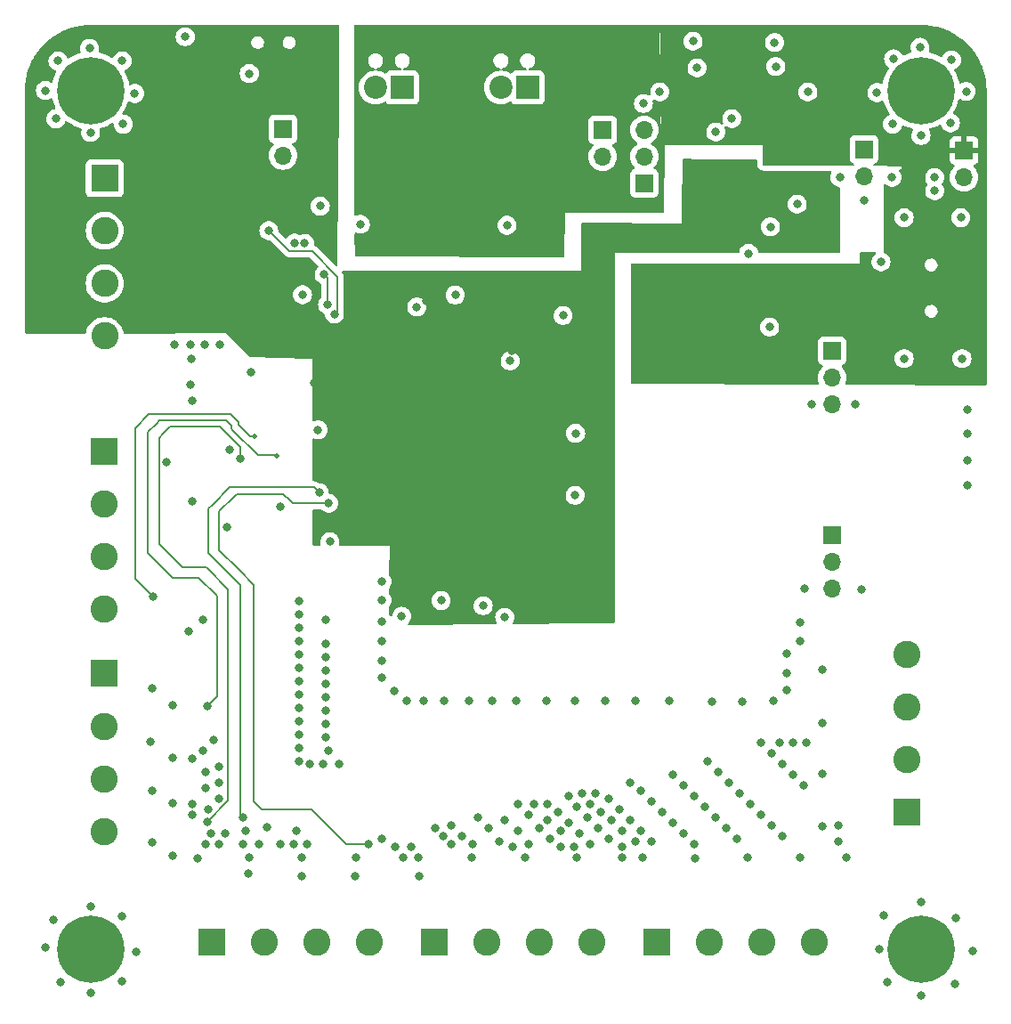
<source format=gbr>
%TF.GenerationSoftware,KiCad,Pcbnew,7.0.7*%
%TF.CreationDate,2024-06-15T17:22:07-05:00*%
%TF.ProjectId,Rev2.2,52657632-2e32-42e6-9b69-6361645f7063,rev?*%
%TF.SameCoordinates,Original*%
%TF.FileFunction,Copper,L4,Bot*%
%TF.FilePolarity,Positive*%
%FSLAX46Y46*%
G04 Gerber Fmt 4.6, Leading zero omitted, Abs format (unit mm)*
G04 Created by KiCad (PCBNEW 7.0.7) date 2024-06-15 17:22:07*
%MOMM*%
%LPD*%
G01*
G04 APERTURE LIST*
%TA.AperFunction,ComponentPad*%
%ADD10R,2.600000X2.600000*%
%TD*%
%TA.AperFunction,ComponentPad*%
%ADD11C,2.600000*%
%TD*%
%TA.AperFunction,ComponentPad*%
%ADD12C,0.800000*%
%TD*%
%TA.AperFunction,ComponentPad*%
%ADD13C,6.400000*%
%TD*%
%TA.AperFunction,ComponentPad*%
%ADD14R,1.700000X1.700000*%
%TD*%
%TA.AperFunction,ComponentPad*%
%ADD15O,1.700000X1.700000*%
%TD*%
%TA.AperFunction,ComponentPad*%
%ADD16R,2.200000X2.200000*%
%TD*%
%TA.AperFunction,ComponentPad*%
%ADD17C,2.200000*%
%TD*%
%TA.AperFunction,ViaPad*%
%ADD18C,0.800000*%
%TD*%
%TA.AperFunction,ViaPad*%
%ADD19C,0.500000*%
%TD*%
%TA.AperFunction,Conductor*%
%ADD20C,0.150000*%
%TD*%
G04 APERTURE END LIST*
D10*
%TO.P,J13,1,Pin_1*%
%TO.N,Net-(J13-Pin_1)*%
X108675000Y-98825000D03*
D11*
%TO.P,J13,2,Pin_2*%
%TO.N,Net-(J13-Pin_2)*%
X108675000Y-103825000D03*
%TO.P,J13,3,Pin_3*%
%TO.N,Net-(J13-Pin_3)*%
X108675000Y-108825000D03*
%TO.P,J13,4,Pin_4*%
%TO.N,Net-(J13-Pin_4)*%
X108675000Y-113825000D03*
%TD*%
D12*
%TO.P,H4,1,1*%
%TO.N,GND*%
X184000000Y-64500000D03*
X184702944Y-62802944D03*
X184702944Y-66197056D03*
X186400000Y-62100000D03*
D13*
X186400000Y-64500000D03*
D12*
X186400000Y-66900000D03*
X188097056Y-62802944D03*
X188097056Y-66197056D03*
X188800000Y-64500000D03*
%TD*%
D14*
%TO.P,J12,1,Pin_1*%
%TO.N,+5V*%
X190500000Y-70226000D03*
D15*
%TO.P,J12,2,Pin_2*%
%TO.N,GND*%
X190500000Y-72766000D03*
%TD*%
D16*
%TO.P,J2,1,Pin_1*%
%TO.N,/CAN2-*%
X137050000Y-64225000D03*
D17*
%TO.P,J2,2,Pin_2*%
%TO.N,/CAN2+*%
X134510000Y-64225000D03*
%TD*%
D10*
%TO.P,J7,1,Pin_1*%
%TO.N,GPIO1*%
X108750000Y-72850000D03*
D11*
%TO.P,J7,2,Pin_2*%
%TO.N,GPIO2*%
X108750000Y-77850000D03*
%TO.P,J7,3,Pin_3*%
%TO.N,GPIO3*%
X108750000Y-82850000D03*
%TO.P,J7,4,Pin_4*%
%TO.N,GPIO4*%
X108750000Y-87850000D03*
%TD*%
D10*
%TO.P,J16,1,Pin_1*%
%TO.N,Net-(J16-Pin_1)*%
X108675000Y-119950000D03*
D11*
%TO.P,J16,2,Pin_2*%
%TO.N,Net-(J16-Pin_2)*%
X108675000Y-124950000D03*
%TO.P,J16,3,Pin_3*%
%TO.N,Net-(J16-Pin_3)*%
X108675000Y-129950000D03*
%TO.P,J16,4,Pin_4*%
%TO.N,Net-(J16-Pin_4)*%
X108675000Y-134950000D03*
%TD*%
D12*
%TO.P,H1,1,1*%
%TO.N,GND*%
X105000000Y-64500000D03*
X105702944Y-62802944D03*
X105702944Y-66197056D03*
X107400000Y-62100000D03*
D13*
X107400000Y-64500000D03*
D12*
X107400000Y-66900000D03*
X109097056Y-62802944D03*
X109097056Y-66197056D03*
X109800000Y-64500000D03*
%TD*%
%TO.P,H2,1,1*%
%TO.N,GND*%
X105000000Y-146200000D03*
X105702944Y-144502944D03*
X105702944Y-147897056D03*
X107400000Y-143800000D03*
D13*
X107400000Y-146200000D03*
D12*
X107400000Y-148600000D03*
X109097056Y-144502944D03*
X109097056Y-147897056D03*
X109800000Y-146200000D03*
%TD*%
D10*
%TO.P,J9,1,Pin_1*%
%TO.N,Net-(J9-Pin_1)*%
X161275000Y-145475000D03*
D11*
%TO.P,J9,2,Pin_2*%
%TO.N,Net-(J9-Pin_2)*%
X166275000Y-145475000D03*
%TO.P,J9,3,Pin_3*%
%TO.N,Net-(J9-Pin_3)*%
X171275000Y-145475000D03*
%TO.P,J9,4,Pin_4*%
%TO.N,Net-(J9-Pin_4)*%
X176275000Y-145475000D03*
%TD*%
D14*
%TO.P,J3,1,Pin_1*%
%TO.N,/CAN1-*%
X156125000Y-68250000D03*
D15*
%TO.P,J3,2,Pin_2*%
%TO.N,/CAN1+*%
X156125000Y-70790000D03*
%TD*%
D14*
%TO.P,J11,1,Pin_1*%
%TO.N,+3.3V*%
X180975000Y-70104000D03*
D15*
%TO.P,J11,2,Pin_2*%
%TO.N,GND*%
X180975000Y-72644000D03*
%TD*%
D10*
%TO.P,J18,1,Pin_1*%
%TO.N,Net-(J18-Pin_1)*%
X118900000Y-145455000D03*
D11*
%TO.P,J18,2,Pin_2*%
%TO.N,Net-(J18-Pin_2)*%
X123900000Y-145455000D03*
%TO.P,J18,3,Pin_3*%
%TO.N,Net-(J18-Pin_3)*%
X128900000Y-145455000D03*
%TO.P,J18,4,Pin_4*%
%TO.N,Net-(J18-Pin_4)*%
X133900000Y-145455000D03*
%TD*%
D10*
%TO.P,J8,1,Pin_1*%
%TO.N,Net-(J8-Pin_1)*%
X185030000Y-133150000D03*
D11*
%TO.P,J8,2,Pin_2*%
%TO.N,Net-(J8-Pin_2)*%
X185030000Y-128150000D03*
%TO.P,J8,3,Pin_3*%
%TO.N,Net-(J8-Pin_3)*%
X185030000Y-123150000D03*
%TO.P,J8,4,Pin_4*%
%TO.N,Net-(J8-Pin_4)*%
X185030000Y-118150000D03*
%TD*%
D14*
%TO.P,J1,1,Pin_1*%
%TO.N,/CAN2-*%
X125700000Y-68150000D03*
D15*
%TO.P,J1,2,Pin_2*%
%TO.N,/CAN2+*%
X125700000Y-70690000D03*
%TD*%
D14*
%TO.P,J15,1,Pin_1*%
%TO.N,USART6_RX*%
X177950000Y-89270000D03*
D15*
%TO.P,J15,2,Pin_2*%
%TO.N,USART6_TX*%
X177950000Y-91810000D03*
%TO.P,J15,3,Pin_3*%
%TO.N,GND*%
X177950000Y-94350000D03*
%TD*%
D14*
%TO.P,J5,1,Pin_1*%
%TO.N,SYS_JTMS_SWDIO*%
X160075000Y-73325000D03*
D15*
%TO.P,J5,2,Pin_2*%
%TO.N,SYS_JTCK_SWCLK*%
X160075000Y-70785000D03*
%TO.P,J5,3,Pin_3*%
%TO.N,GND*%
X160075000Y-68245000D03*
%TD*%
D10*
%TO.P,J17,1,Pin_1*%
%TO.N,Net-(J17-Pin_1)*%
X140075000Y-145475000D03*
D11*
%TO.P,J17,2,Pin_2*%
%TO.N,Net-(J17-Pin_2)*%
X145075000Y-145475000D03*
%TO.P,J17,3,Pin_3*%
%TO.N,Net-(J17-Pin_3)*%
X150075000Y-145475000D03*
%TO.P,J17,4,Pin_4*%
%TO.N,Net-(J17-Pin_4)*%
X155075000Y-145475000D03*
%TD*%
D16*
%TO.P,J4,1,Pin_1*%
%TO.N,/CAN1-*%
X148970000Y-64225000D03*
D17*
%TO.P,J4,2,Pin_2*%
%TO.N,/CAN1+*%
X146430000Y-64225000D03*
%TD*%
D12*
%TO.P,H3,1,1*%
%TO.N,GND*%
X184000000Y-146200000D03*
X184702944Y-144502944D03*
X184702944Y-147897056D03*
X186400000Y-143800000D03*
D13*
X186400000Y-146200000D03*
D12*
X186400000Y-148600000D03*
X188097056Y-144502944D03*
X188097056Y-147897056D03*
X188800000Y-146200000D03*
%TD*%
D14*
%TO.P,J10,1,Pin_1*%
%TO.N,USART1_RX*%
X177950000Y-106770000D03*
D15*
%TO.P,J10,2,Pin_2*%
%TO.N,USART1_TX*%
X177950000Y-109310000D03*
%TO.P,J10,3,Pin_3*%
%TO.N,GND*%
X177950000Y-111850000D03*
%TD*%
D18*
%TO.N,GND*%
X115366800Y-88646000D03*
X116941600Y-88646000D03*
X119710200Y-88646000D03*
%TO.N,+3.3V*%
X150775000Y-85925000D03*
X127100000Y-62775000D03*
X138600000Y-110625000D03*
X138500000Y-114500000D03*
X142500000Y-113000000D03*
X148625000Y-111800000D03*
X129017271Y-98298000D03*
X153575000Y-95400000D03*
X128700000Y-92300000D03*
X166751000Y-77470000D03*
X127675000Y-74500000D03*
X127625000Y-85650000D03*
X121650000Y-78375000D03*
X164338000Y-73533000D03*
X139344400Y-84480400D03*
X174625000Y-73025000D03*
X168910000Y-75819000D03*
X129286000Y-104775000D03*
X147497403Y-89237168D03*
X130375000Y-79025000D03*
X131475000Y-107150000D03*
X126425000Y-84950000D03*
X177038000Y-72644000D03*
X153500000Y-101250000D03*
X129032000Y-106172000D03*
X135575000Y-83850000D03*
%TO.N,GND*%
X163830000Y-135128000D03*
X117094000Y-133350000D03*
X155448000Y-131318000D03*
X129794000Y-120904000D03*
X130167358Y-107417358D03*
X164846000Y-136144000D03*
X159875000Y-137450000D03*
X107300000Y-60500000D03*
X175300000Y-111900000D03*
X149098000Y-136144000D03*
X174875000Y-137475000D03*
X182200000Y-64700000D03*
X186400000Y-68800000D03*
X129039751Y-96774000D03*
X129794000Y-122174000D03*
X135125000Y-114975000D03*
X153670000Y-132588000D03*
X166878000Y-68453000D03*
X152908000Y-134112000D03*
X122450000Y-137425000D03*
X117075000Y-93975000D03*
X159766000Y-131064000D03*
X172325000Y-122575000D03*
X138600000Y-137425000D03*
X147025000Y-77325000D03*
X178689000Y-72771000D03*
X119126000Y-126238000D03*
X116950000Y-90025000D03*
X168148000Y-130302000D03*
X140750000Y-113000000D03*
X118275000Y-88650000D03*
X138430000Y-85090000D03*
X170180000Y-132334000D03*
X183800000Y-61500000D03*
X189750000Y-143200000D03*
X138684000Y-139192000D03*
X189625000Y-149425000D03*
X186450000Y-150550000D03*
X174925000Y-116850000D03*
X176975000Y-119600000D03*
X145288000Y-134620000D03*
X178562000Y-134366000D03*
X127254000Y-128270000D03*
X156718000Y-131826000D03*
X160782000Y-135890000D03*
X116400000Y-59400000D03*
X117094000Y-128016000D03*
X182600000Y-80800000D03*
X141732000Y-136144000D03*
X176025000Y-94350000D03*
X178562000Y-135890000D03*
X147875000Y-122575000D03*
X118364000Y-129286000D03*
X179324000Y-137414000D03*
X137000000Y-114500000D03*
X154940000Y-132334000D03*
X118071500Y-114808000D03*
X129250000Y-75500000D03*
X157988000Y-136398000D03*
X118364000Y-136144000D03*
X153924000Y-135128000D03*
X135128000Y-135636000D03*
X148700000Y-137475000D03*
X171196000Y-133350000D03*
X141732000Y-134366000D03*
X117050000Y-103550000D03*
X157988000Y-137414000D03*
X173625000Y-118075000D03*
X145600000Y-122575000D03*
X176975000Y-129500000D03*
X133075000Y-77225000D03*
X129794000Y-118364000D03*
X146304000Y-135890000D03*
X172212000Y-134366000D03*
X183642000Y-72771000D03*
X160782000Y-132080000D03*
X152146000Y-136398000D03*
X154686000Y-133604000D03*
X104100000Y-67200000D03*
X118364000Y-130810000D03*
X129540000Y-128524000D03*
X174244000Y-126492000D03*
X122428000Y-138938000D03*
X135125000Y-116900000D03*
X132625000Y-137425000D03*
X152908000Y-131572000D03*
X130048000Y-127254000D03*
X153500000Y-103000000D03*
X137160000Y-137414000D03*
X113275000Y-131050000D03*
X165100000Y-62357000D03*
X115250000Y-127950000D03*
X172000000Y-87000000D03*
X120621766Y-98653234D03*
X119634000Y-136144000D03*
X158750000Y-130302000D03*
X157988000Y-134874000D03*
X180175000Y-94350000D03*
X157734000Y-132842000D03*
X156972000Y-133858000D03*
X158750000Y-133858000D03*
X135125000Y-111200000D03*
X129794000Y-123444000D03*
X152349200Y-85902800D03*
X132588000Y-139192000D03*
X141025000Y-122550000D03*
X140208000Y-134620000D03*
X190300000Y-90000000D03*
X119634000Y-130302000D03*
X120396000Y-106019600D03*
X190800000Y-102075000D03*
X173600000Y-121500000D03*
X135125000Y-118700000D03*
X167132000Y-129286000D03*
X173228000Y-135382000D03*
X129794000Y-119634000D03*
X103100000Y-64500000D03*
X159258000Y-135890000D03*
X164900000Y-137500000D03*
X152146000Y-134874000D03*
X115175000Y-137250000D03*
X180725000Y-111925000D03*
X162814000Y-129540000D03*
X111600000Y-64800000D03*
X127254000Y-125730000D03*
X116725000Y-115900000D03*
X161544000Y-64643000D03*
X169425000Y-122600000D03*
X122174000Y-134874000D03*
X118872000Y-135128000D03*
X143650000Y-137400000D03*
X127254000Y-116840000D03*
X189200000Y-67600000D03*
X142100000Y-83950000D03*
X166475000Y-122625000D03*
X107400000Y-68500000D03*
X119634000Y-128778000D03*
X159250000Y-122575000D03*
X142748000Y-135382000D03*
X127254000Y-114300000D03*
X114628500Y-99822000D03*
X184800000Y-90000000D03*
X176975000Y-124625000D03*
X118110000Y-127254000D03*
X122650000Y-91325000D03*
X127558800Y-83921600D03*
X155702000Y-134620000D03*
X113300000Y-136025000D03*
X110400000Y-143000000D03*
X166878000Y-133604000D03*
X153650000Y-137475000D03*
X127254000Y-121920000D03*
X183700000Y-67700000D03*
X104300000Y-61700000D03*
X164846000Y-131572000D03*
X128270000Y-128524000D03*
X137906617Y-136397881D03*
X127000000Y-134874000D03*
X190800000Y-99675000D03*
X113250000Y-121375000D03*
X168402000Y-67183000D03*
X129794000Y-125984000D03*
X103100000Y-146000000D03*
X156350000Y-122575000D03*
X151892000Y-133096000D03*
X190200000Y-76600000D03*
X164719000Y-59817000D03*
X149606000Y-132334000D03*
X175260000Y-130556000D03*
X120246500Y-135128000D03*
X143764000Y-136144000D03*
X154178000Y-131318000D03*
X153416000Y-136398000D03*
X127254000Y-123190000D03*
X117094000Y-132334000D03*
X113125000Y-126450000D03*
X107400000Y-142100000D03*
X183225000Y-149325000D03*
X170000000Y-80000000D03*
X172466000Y-59944000D03*
X127254000Y-119380000D03*
X186300000Y-60400000D03*
X116925000Y-92450000D03*
X154940000Y-136144000D03*
X159766000Y-134874000D03*
X128016000Y-136144000D03*
X169925000Y-137450000D03*
X146800000Y-114600000D03*
X190800000Y-94825000D03*
X167894000Y-134620000D03*
X129794000Y-117094000D03*
X150750000Y-122575000D03*
X184800000Y-76600000D03*
X189300000Y-61600000D03*
X110400000Y-149200000D03*
X165862000Y-132588000D03*
X162814000Y-134112000D03*
X121920000Y-136144000D03*
X125444330Y-104120301D03*
X111700000Y-146400000D03*
X129794000Y-124714000D03*
X177025000Y-134450000D03*
X190800000Y-97175000D03*
X115175000Y-132275000D03*
X182825000Y-142950000D03*
X135125000Y-112975000D03*
X144272000Y-133604000D03*
X144750000Y-113500000D03*
X172085000Y-77470000D03*
X126824500Y-79000000D03*
X123444000Y-136144000D03*
X107400000Y-150300000D03*
X147574000Y-136398000D03*
X186375000Y-141675000D03*
X153475000Y-122575000D03*
X161798000Y-133096000D03*
X148082000Y-134874000D03*
X187706000Y-72771000D03*
X149098000Y-133350000D03*
X125476000Y-136144000D03*
X127254000Y-113030000D03*
X156718000Y-135636000D03*
X174925000Y-115075000D03*
X187706000Y-74041000D03*
X143400000Y-122550000D03*
X153550000Y-97100000D03*
X172974000Y-126492000D03*
X172593000Y-62230000D03*
X110400000Y-61700000D03*
X174625000Y-75311000D03*
X122500000Y-62900000D03*
X172212000Y-127508000D03*
X151130000Y-135636000D03*
X135125000Y-120325000D03*
X127769306Y-79055694D03*
X171196000Y-126492000D03*
X162425000Y-122575000D03*
X182400000Y-146150000D03*
X127254000Y-115570000D03*
X118618000Y-132842000D03*
X150876000Y-133858000D03*
X174244000Y-129540000D03*
X150114000Y-134620000D03*
X191300000Y-146300000D03*
X150876000Y-132334000D03*
X115225000Y-122925000D03*
X173625000Y-119900000D03*
X137475000Y-122525000D03*
X169164000Y-131318000D03*
X139100000Y-122550000D03*
X168910000Y-135636000D03*
X173228000Y-128524000D03*
X147320000Y-90220800D03*
X127525000Y-137450000D03*
X127508000Y-139192000D03*
X131064000Y-128524000D03*
X126746000Y-136144000D03*
X110500000Y-67700000D03*
X180975000Y-74930000D03*
X146812000Y-133858000D03*
X119634000Y-131826000D03*
X155956000Y-133096000D03*
X175514000Y-126492000D03*
X163830000Y-130556000D03*
X129794000Y-114808000D03*
X103900000Y-143400000D03*
X140970000Y-135382000D03*
X175641000Y-64643000D03*
X160000000Y-65750000D03*
X127254000Y-118110000D03*
X127254000Y-124460000D03*
X190700000Y-64600000D03*
X148082000Y-132334000D03*
X127254000Y-120650000D03*
X136398000Y-136398000D03*
X136325000Y-121575000D03*
X124206000Y-134518400D03*
X166116000Y-128270000D03*
X117575000Y-137500000D03*
X127254000Y-127000000D03*
X104500000Y-149300000D03*
%TO.N,+5V*%
X134660000Y-76962000D03*
X187833000Y-70612000D03*
X166624000Y-66421000D03*
X174371000Y-70612000D03*
X170053000Y-67056000D03*
X169900000Y-83175000D03*
X167325000Y-89225000D03*
X148425000Y-76100000D03*
%TO.N,A10*%
X121920000Y-133604000D03*
X129159000Y-102743000D03*
%TO.N,A12*%
X130048000Y-103759000D03*
X133858000Y-136144000D03*
%TO.N,A6*%
X118475000Y-123075000D03*
D19*
X125150000Y-99224500D03*
D18*
%TO.N,A8*%
X118525000Y-134025000D03*
X121625000Y-99500000D03*
D19*
%TO.N,A4*%
X122964661Y-97410339D03*
D18*
X113325000Y-112625000D03*
%TO.N,LSM6DSOX_CS*%
X124350500Y-77825077D03*
X130600500Y-85750000D03*
%TO.N,LSM6DSOX_int1*%
X129625000Y-82000000D03*
X129950000Y-84875000D03*
%TD*%
D20*
%TO.N,A10*%
X125730000Y-102235000D02*
X128651000Y-102235000D01*
X118618000Y-104267000D02*
X118999000Y-103886000D01*
X128651000Y-102235000D02*
X129159000Y-102743000D01*
X118618000Y-108458000D02*
X118618000Y-104267000D01*
X121666000Y-111760000D02*
X121666000Y-111506000D01*
X121666000Y-133350000D02*
X121666000Y-111760000D01*
X121920000Y-133604000D02*
X121666000Y-133350000D01*
X121666000Y-111506000D02*
X118618000Y-108458000D01*
X118999000Y-103886000D02*
X120650000Y-102235000D01*
X120650000Y-102235000D02*
X125730000Y-102235000D01*
%TO.N,A12*%
X122936000Y-111506000D02*
X121539000Y-110109000D01*
X119634000Y-104521000D02*
X121031000Y-103124000D01*
X126365000Y-103505000D02*
X126619000Y-103759000D01*
X121285000Y-102870000D02*
X125730000Y-102870000D01*
X121539000Y-110109000D02*
X119634000Y-108204000D01*
X133858000Y-136144000D02*
X131699000Y-136144000D01*
X125730000Y-102870000D02*
X126365000Y-103505000D01*
X126619000Y-103759000D02*
X130048000Y-103759000D01*
X119634000Y-107442000D02*
X119634000Y-104521000D01*
X131699000Y-136144000D02*
X128397000Y-132842000D01*
X123698000Y-132842000D02*
X122936000Y-132080000D01*
X121031000Y-103124000D02*
X121285000Y-102870000D01*
X124206000Y-132842000D02*
X123698000Y-132842000D01*
X128397000Y-132842000D02*
X124206000Y-132842000D01*
X122936000Y-132080000D02*
X122936000Y-111506000D01*
X119634000Y-108204000D02*
X119634000Y-107442000D01*
%TO.N,A6*%
X113650000Y-96200000D02*
X113975000Y-95875000D01*
X118475000Y-123075000D02*
X119425000Y-122125000D01*
X123325000Y-99200000D02*
X124200000Y-99200000D01*
X113975000Y-95875000D02*
X114500000Y-95875000D01*
X120350000Y-95975000D02*
X120775000Y-96400000D01*
X114525000Y-110150000D02*
X112850000Y-108475000D01*
X120775000Y-96650000D02*
X120900000Y-96775000D01*
X119425000Y-112575000D02*
X117700000Y-110850000D01*
X120250000Y-95875000D02*
X120350000Y-95975000D01*
X112850000Y-108400000D02*
X112850000Y-97000000D01*
X117625000Y-110850000D02*
X115225000Y-110850000D01*
X112850000Y-97000000D02*
X113650000Y-96200000D01*
X117700000Y-110850000D02*
X117625000Y-110850000D01*
X124200000Y-99200000D02*
X125125500Y-99200000D01*
X120775000Y-96425000D02*
X120775000Y-96650000D01*
X114500000Y-95875000D02*
X120250000Y-95875000D01*
X112850000Y-108475000D02*
X112850000Y-108400000D01*
X125125500Y-99200000D02*
X125150000Y-99224500D01*
X115225000Y-110850000D02*
X114525000Y-110150000D01*
X119425000Y-122125000D02*
X119425000Y-112575000D01*
X120900000Y-96775000D02*
X123325000Y-99200000D01*
X120775000Y-96400000D02*
X120775000Y-96425000D01*
%TO.N,A8*%
X120500000Y-132050000D02*
X120500000Y-111975000D01*
X115700000Y-109425000D02*
X113900000Y-107625000D01*
X116100000Y-109825000D02*
X115700000Y-109425000D01*
X120500000Y-111975000D02*
X120500000Y-111950000D01*
X113900000Y-107175000D02*
X113900000Y-97525000D01*
X118525000Y-134025000D02*
X120500000Y-132050000D01*
X121625000Y-98425000D02*
X121625000Y-99500000D01*
X120175000Y-96975000D02*
X121625000Y-98425000D01*
X113900000Y-97525000D02*
X114250000Y-97175000D01*
X114925000Y-96500000D02*
X117475000Y-96500000D01*
X117475000Y-109825000D02*
X116100000Y-109825000D01*
X119700000Y-96500000D02*
X120175000Y-96975000D01*
X114250000Y-97175000D02*
X114925000Y-96500000D01*
X120500000Y-111950000D02*
X118475000Y-109925000D01*
X118375000Y-109825000D02*
X117475000Y-109825000D01*
X117475000Y-96500000D02*
X119700000Y-96500000D01*
X113900000Y-107625000D02*
X113900000Y-107175000D01*
X118475000Y-109925000D02*
X118375000Y-109825000D01*
%TO.N,A4*%
X120700000Y-95275000D02*
X121475000Y-96050000D01*
X121475000Y-96050000D02*
X121475000Y-96325000D01*
X121475000Y-96325000D02*
X122560339Y-97410339D01*
X113325000Y-112625000D02*
X111625000Y-110925000D01*
X111625000Y-110925000D02*
X111625000Y-96600000D01*
X111625000Y-96600000D02*
X112950000Y-95275000D01*
X122560339Y-97410339D02*
X122964661Y-97410339D01*
X113325000Y-95275000D02*
X120700000Y-95275000D01*
X112950000Y-95275000D02*
X113325000Y-95275000D01*
%TO.N,LSM6DSOX_CS*%
X130900000Y-85450500D02*
X130600500Y-85750000D01*
X128475000Y-79775000D02*
X130900000Y-82200000D01*
X124350500Y-77825077D02*
X126300423Y-79775000D01*
X126300423Y-79775000D02*
X128475000Y-79775000D01*
X130900000Y-82200000D02*
X130900000Y-85450500D01*
%TO.N,LSM6DSOX_int1*%
X129950000Y-84875000D02*
X129950000Y-82325000D01*
X129950000Y-82325000D02*
X129625000Y-82000000D01*
%TD*%
%TA.AperFunction,Conductor*%
%TO.N,+3.3V*%
G36*
X131023966Y-58270185D02*
G01*
X131069721Y-58322989D01*
X131080922Y-58375535D01*
X131025170Y-65032214D01*
X130890775Y-81078576D01*
X130870529Y-81145448D01*
X130817344Y-81190759D01*
X130748105Y-81200123D01*
X130684794Y-81170567D01*
X130679098Y-81165218D01*
X128911489Y-79397609D01*
X128906136Y-79391506D01*
X128903486Y-79388053D01*
X128885451Y-79364549D01*
X128885449Y-79364547D01*
X128885448Y-79364546D01*
X128856963Y-79342689D01*
X128856953Y-79342680D01*
X128765233Y-79272302D01*
X128765230Y-79272300D01*
X128742270Y-79262790D01*
X128687867Y-79218949D01*
X128665802Y-79152655D01*
X128666401Y-79135276D01*
X128674766Y-79055694D01*
X128654980Y-78867438D01*
X128596485Y-78687410D01*
X128501839Y-78523478D01*
X128375177Y-78382806D01*
X128374336Y-78382195D01*
X128222040Y-78271545D01*
X128222035Y-78271542D01*
X128049113Y-78194551D01*
X128049108Y-78194549D01*
X127903307Y-78163559D01*
X127863952Y-78155194D01*
X127674660Y-78155194D01*
X127642203Y-78162092D01*
X127489503Y-78194549D01*
X127489498Y-78194551D01*
X127405109Y-78232123D01*
X127335859Y-78241407D01*
X127281793Y-78219163D01*
X127277232Y-78215849D01*
X127104307Y-78138857D01*
X127104302Y-78138855D01*
X126958501Y-78107865D01*
X126919146Y-78099500D01*
X126729854Y-78099500D01*
X126697397Y-78106398D01*
X126544697Y-78138855D01*
X126544692Y-78138857D01*
X126371770Y-78215848D01*
X126371765Y-78215851D01*
X126218629Y-78327111D01*
X126091967Y-78467783D01*
X126068493Y-78508442D01*
X126017925Y-78556657D01*
X125949318Y-78569879D01*
X125884454Y-78543911D01*
X125873425Y-78534122D01*
X125289072Y-77949769D01*
X125255587Y-77888446D01*
X125253432Y-77849126D01*
X125255960Y-77825077D01*
X125236174Y-77636821D01*
X125177679Y-77456793D01*
X125083033Y-77292861D01*
X124956371Y-77152189D01*
X124956370Y-77152188D01*
X124803234Y-77040928D01*
X124803229Y-77040925D01*
X124630307Y-76963934D01*
X124630302Y-76963932D01*
X124484500Y-76932942D01*
X124445146Y-76924577D01*
X124255854Y-76924577D01*
X124223397Y-76931475D01*
X124070697Y-76963932D01*
X124070692Y-76963934D01*
X123897770Y-77040925D01*
X123897765Y-77040928D01*
X123744629Y-77152188D01*
X123617966Y-77292862D01*
X123523321Y-77456792D01*
X123523318Y-77456799D01*
X123478972Y-77593284D01*
X123464826Y-77636821D01*
X123445040Y-77825077D01*
X123464826Y-78013333D01*
X123464827Y-78013336D01*
X123523318Y-78193354D01*
X123523321Y-78193361D01*
X123617967Y-78357293D01*
X123717453Y-78467783D01*
X123744629Y-78497965D01*
X123897765Y-78609225D01*
X123897770Y-78609228D01*
X124070692Y-78686219D01*
X124070697Y-78686221D01*
X124255854Y-78725577D01*
X124385758Y-78725577D01*
X124452797Y-78745262D01*
X124473439Y-78761896D01*
X125863943Y-80152400D01*
X125869284Y-80158490D01*
X125889972Y-80185451D01*
X125900694Y-80193678D01*
X125918909Y-80207656D01*
X125918914Y-80207660D01*
X126010191Y-80277699D01*
X126010190Y-80277699D01*
X126092197Y-80311667D01*
X126116217Y-80321616D01*
X126150187Y-80335687D01*
X126262703Y-80350500D01*
X126300423Y-80355466D01*
X126334111Y-80351030D01*
X126342209Y-80350500D01*
X128185258Y-80350500D01*
X128252297Y-80370185D01*
X128272939Y-80386819D01*
X129028890Y-81142770D01*
X129062375Y-81204093D01*
X129057391Y-81273785D01*
X129022192Y-81320803D01*
X129023958Y-81322764D01*
X129019129Y-81327111D01*
X128892466Y-81467785D01*
X128797821Y-81631715D01*
X128797818Y-81631722D01*
X128739327Y-81811740D01*
X128739326Y-81811744D01*
X128719540Y-82000000D01*
X128739326Y-82188256D01*
X128739327Y-82188259D01*
X128797818Y-82368277D01*
X128797821Y-82368284D01*
X128892467Y-82532216D01*
X129019129Y-82672888D01*
X129172270Y-82784151D01*
X129300939Y-82841439D01*
X129354173Y-82886687D01*
X129374494Y-82953536D01*
X129374500Y-82954716D01*
X129374499Y-84120781D01*
X129354814Y-84187821D01*
X129342650Y-84203752D01*
X129217466Y-84342785D01*
X129122821Y-84506715D01*
X129122818Y-84506722D01*
X129076102Y-84650500D01*
X129064326Y-84686744D01*
X129044540Y-84875000D01*
X129064326Y-85063256D01*
X129064327Y-85063259D01*
X129122818Y-85243277D01*
X129122821Y-85243284D01*
X129217467Y-85407216D01*
X129295190Y-85493536D01*
X129344129Y-85547888D01*
X129497265Y-85659148D01*
X129497267Y-85659149D01*
X129497270Y-85659151D01*
X129629331Y-85717949D01*
X129682567Y-85763198D01*
X129702214Y-85818264D01*
X129714826Y-85938256D01*
X129714827Y-85938259D01*
X129773318Y-86118277D01*
X129773321Y-86118284D01*
X129867967Y-86282216D01*
X129994628Y-86422888D01*
X129994629Y-86422888D01*
X130147765Y-86534148D01*
X130147770Y-86534151D01*
X130320692Y-86611142D01*
X130320697Y-86611144D01*
X130505854Y-86650500D01*
X130505855Y-86650500D01*
X130695144Y-86650500D01*
X130695146Y-86650500D01*
X130880303Y-86611144D01*
X131053230Y-86534151D01*
X131206371Y-86422888D01*
X131333033Y-86282216D01*
X131427679Y-86118284D01*
X131486174Y-85938256D01*
X131505960Y-85750000D01*
X131486174Y-85561744D01*
X131480359Y-85543849D01*
X131475740Y-85493536D01*
X131475160Y-85493504D01*
X131475291Y-85491151D01*
X131475407Y-85489905D01*
X131475354Y-85489326D01*
X131475500Y-85488220D01*
X131475500Y-85488214D01*
X131480465Y-85450500D01*
X131476030Y-85416816D01*
X131475500Y-85408719D01*
X131475500Y-85090000D01*
X137524540Y-85090000D01*
X137544326Y-85278256D01*
X137544327Y-85278259D01*
X137602818Y-85458277D01*
X137602821Y-85458284D01*
X137697467Y-85622216D01*
X137730721Y-85659148D01*
X137824129Y-85762888D01*
X137977265Y-85874148D01*
X137977270Y-85874151D01*
X138150192Y-85951142D01*
X138150197Y-85951144D01*
X138335354Y-85990500D01*
X138335355Y-85990500D01*
X138524644Y-85990500D01*
X138524646Y-85990500D01*
X138709803Y-85951144D01*
X138818384Y-85902800D01*
X151443740Y-85902800D01*
X151463526Y-86091056D01*
X151463527Y-86091059D01*
X151522018Y-86271077D01*
X151522021Y-86271084D01*
X151616667Y-86435016D01*
X151705926Y-86534148D01*
X151743329Y-86575688D01*
X151896465Y-86686948D01*
X151896470Y-86686951D01*
X152069392Y-86763942D01*
X152069397Y-86763944D01*
X152254554Y-86803300D01*
X152254555Y-86803300D01*
X152443844Y-86803300D01*
X152443846Y-86803300D01*
X152629003Y-86763944D01*
X152801930Y-86686951D01*
X152955071Y-86575688D01*
X153081733Y-86435016D01*
X153176379Y-86271084D01*
X153234874Y-86091056D01*
X153254660Y-85902800D01*
X153234874Y-85714544D01*
X153176379Y-85534516D01*
X153081733Y-85370584D01*
X152955071Y-85229912D01*
X152955070Y-85229911D01*
X152801934Y-85118651D01*
X152801929Y-85118648D01*
X152629007Y-85041657D01*
X152629002Y-85041655D01*
X152483201Y-85010665D01*
X152443846Y-85002300D01*
X152254554Y-85002300D01*
X152222097Y-85009198D01*
X152069397Y-85041655D01*
X152069392Y-85041657D01*
X151896470Y-85118648D01*
X151896465Y-85118651D01*
X151743329Y-85229911D01*
X151616666Y-85370585D01*
X151522021Y-85534515D01*
X151522018Y-85534522D01*
X151493525Y-85622216D01*
X151463526Y-85714544D01*
X151443740Y-85902800D01*
X138818384Y-85902800D01*
X138882730Y-85874151D01*
X139035871Y-85762888D01*
X139162533Y-85622216D01*
X139257179Y-85458284D01*
X139315674Y-85278256D01*
X139335460Y-85090000D01*
X139315674Y-84901744D01*
X139257179Y-84721716D01*
X139162533Y-84557784D01*
X139035871Y-84417112D01*
X139031113Y-84413655D01*
X138882734Y-84305851D01*
X138882729Y-84305848D01*
X138709807Y-84228857D01*
X138709802Y-84228855D01*
X138564001Y-84197865D01*
X138524646Y-84189500D01*
X138335354Y-84189500D01*
X138302897Y-84196398D01*
X138150197Y-84228855D01*
X138150192Y-84228857D01*
X137977270Y-84305848D01*
X137977265Y-84305851D01*
X137824129Y-84417111D01*
X137697466Y-84557785D01*
X137602821Y-84721715D01*
X137602818Y-84721722D01*
X137544327Y-84901740D01*
X137544326Y-84901744D01*
X137524540Y-85090000D01*
X131475500Y-85090000D01*
X131475500Y-83950000D01*
X141194540Y-83950000D01*
X141214326Y-84138256D01*
X141214327Y-84138259D01*
X141272818Y-84318277D01*
X141272821Y-84318284D01*
X141367467Y-84482216D01*
X141482776Y-84610279D01*
X141494129Y-84622888D01*
X141647265Y-84734148D01*
X141647270Y-84734151D01*
X141820192Y-84811142D01*
X141820197Y-84811144D01*
X142005354Y-84850500D01*
X142005355Y-84850500D01*
X142194644Y-84850500D01*
X142194646Y-84850500D01*
X142379803Y-84811144D01*
X142552730Y-84734151D01*
X142705871Y-84622888D01*
X142832533Y-84482216D01*
X142927179Y-84318284D01*
X142985674Y-84138256D01*
X143005460Y-83950000D01*
X142985674Y-83761744D01*
X142927179Y-83581716D01*
X142832533Y-83417784D01*
X142705871Y-83277112D01*
X142666782Y-83248712D01*
X142552734Y-83165851D01*
X142552729Y-83165848D01*
X142379807Y-83088857D01*
X142379802Y-83088855D01*
X142234000Y-83057865D01*
X142194646Y-83049500D01*
X142005354Y-83049500D01*
X141972897Y-83056398D01*
X141820197Y-83088855D01*
X141820192Y-83088857D01*
X141647270Y-83165848D01*
X141647265Y-83165851D01*
X141494129Y-83277111D01*
X141367466Y-83417785D01*
X141272821Y-83581715D01*
X141272818Y-83581722D01*
X141214327Y-83761740D01*
X141214326Y-83761744D01*
X141194540Y-83950000D01*
X131475500Y-83950000D01*
X131475500Y-82241780D01*
X131476031Y-82233678D01*
X131480465Y-82199999D01*
X131478919Y-82188256D01*
X131475766Y-82164313D01*
X131475765Y-82164294D01*
X131475500Y-82162280D01*
X131460687Y-82049764D01*
X131438470Y-81996128D01*
X131402699Y-81909767D01*
X131402697Y-81909765D01*
X131402698Y-81909765D01*
X131337261Y-81824487D01*
X131312066Y-81759318D01*
X131326104Y-81690873D01*
X131374918Y-81640883D01*
X131435636Y-81625000D01*
X154100000Y-81625000D01*
X154188521Y-96463373D01*
X154155871Y-96427112D01*
X154155870Y-96427111D01*
X154002734Y-96315851D01*
X154002729Y-96315848D01*
X153829807Y-96238857D01*
X153829802Y-96238855D01*
X153684001Y-96207865D01*
X153644646Y-96199500D01*
X153455354Y-96199500D01*
X153422897Y-96206398D01*
X153270197Y-96238855D01*
X153270192Y-96238857D01*
X153097270Y-96315848D01*
X153097265Y-96315851D01*
X152944129Y-96427111D01*
X152817466Y-96567785D01*
X152722821Y-96731715D01*
X152722818Y-96731722D01*
X152664327Y-96911740D01*
X152664326Y-96911744D01*
X152644540Y-97100000D01*
X152664326Y-97288256D01*
X152664327Y-97288259D01*
X152722818Y-97468277D01*
X152722821Y-97468284D01*
X152817467Y-97632216D01*
X152912742Y-97738029D01*
X152944129Y-97772888D01*
X153097265Y-97884148D01*
X153097270Y-97884151D01*
X153270192Y-97961142D01*
X153270197Y-97961144D01*
X153455354Y-98000500D01*
X153455355Y-98000500D01*
X153644644Y-98000500D01*
X153644646Y-98000500D01*
X153829803Y-97961144D01*
X154002730Y-97884151D01*
X154155871Y-97772888D01*
X154196067Y-97728245D01*
X154224287Y-102458626D01*
X154105871Y-102327112D01*
X154105870Y-102327111D01*
X153952734Y-102215851D01*
X153952729Y-102215848D01*
X153779807Y-102138857D01*
X153779802Y-102138855D01*
X153634000Y-102107865D01*
X153594646Y-102099500D01*
X153405354Y-102099500D01*
X153372897Y-102106398D01*
X153220197Y-102138855D01*
X153220192Y-102138857D01*
X153047270Y-102215848D01*
X153047265Y-102215851D01*
X152894129Y-102327111D01*
X152767466Y-102467785D01*
X152672821Y-102631715D01*
X152672818Y-102631722D01*
X152614730Y-102810500D01*
X152614326Y-102811744D01*
X152594540Y-103000000D01*
X152614326Y-103188256D01*
X152614327Y-103188259D01*
X152672818Y-103368277D01*
X152672821Y-103368284D01*
X152767467Y-103532216D01*
X152802158Y-103570744D01*
X152894129Y-103672888D01*
X153047265Y-103784148D01*
X153047270Y-103784151D01*
X153220192Y-103861142D01*
X153220197Y-103861144D01*
X153405354Y-103900500D01*
X153405355Y-103900500D01*
X153594644Y-103900500D01*
X153594646Y-103900500D01*
X153779803Y-103861144D01*
X153952730Y-103784151D01*
X154105871Y-103672888D01*
X154230703Y-103534248D01*
X154300000Y-115150000D01*
X154222047Y-115151052D01*
X147687182Y-115239241D01*
X147619883Y-115220463D01*
X147573420Y-115168281D01*
X147562544Y-115099263D01*
X147578120Y-115053255D01*
X147627179Y-114968284D01*
X147685674Y-114788256D01*
X147705460Y-114600000D01*
X147685674Y-114411744D01*
X147627179Y-114231716D01*
X147532533Y-114067784D01*
X147405871Y-113927112D01*
X147405870Y-113927111D01*
X147252734Y-113815851D01*
X147252729Y-113815848D01*
X147079807Y-113738857D01*
X147079802Y-113738855D01*
X146934001Y-113707865D01*
X146894646Y-113699500D01*
X146705354Y-113699500D01*
X146672897Y-113706398D01*
X146520197Y-113738855D01*
X146520192Y-113738857D01*
X146347270Y-113815848D01*
X146347265Y-113815851D01*
X146194129Y-113927111D01*
X146067466Y-114067785D01*
X145972821Y-114231715D01*
X145972818Y-114231722D01*
X145930767Y-114361144D01*
X145914326Y-114411744D01*
X145894540Y-114600000D01*
X145914326Y-114788256D01*
X145914327Y-114788259D01*
X145972818Y-114968277D01*
X145972820Y-114968281D01*
X145972821Y-114968284D01*
X146009730Y-115032212D01*
X146035570Y-115076969D01*
X146052042Y-115144869D01*
X146029189Y-115210896D01*
X145974267Y-115254086D01*
X145929855Y-115262957D01*
X137705002Y-115373953D01*
X137637703Y-115355175D01*
X137591240Y-115302993D01*
X137580364Y-115233975D01*
X137608529Y-115170033D01*
X137611128Y-115167049D01*
X137732533Y-115032216D01*
X137827179Y-114868284D01*
X137885674Y-114688256D01*
X137905460Y-114500000D01*
X137885674Y-114311744D01*
X137827179Y-114131716D01*
X137732533Y-113967784D01*
X137605871Y-113827112D01*
X137590369Y-113815849D01*
X137452734Y-113715851D01*
X137452729Y-113715848D01*
X137279807Y-113638857D01*
X137279802Y-113638855D01*
X137134001Y-113607865D01*
X137094646Y-113599500D01*
X136905354Y-113599500D01*
X136872897Y-113606398D01*
X136720197Y-113638855D01*
X136720192Y-113638857D01*
X136547270Y-113715848D01*
X136547265Y-113715851D01*
X136394129Y-113827111D01*
X136267466Y-113967785D01*
X136172821Y-114131715D01*
X136172818Y-114131722D01*
X136114327Y-114311740D01*
X136114326Y-114311744D01*
X136103017Y-114419341D01*
X136076433Y-114483954D01*
X136019136Y-114523939D01*
X135949317Y-114526599D01*
X135889143Y-114491090D01*
X135872310Y-114468378D01*
X135866977Y-114459142D01*
X135857533Y-114442784D01*
X135817558Y-114398387D01*
X135787328Y-114335395D01*
X135785715Y-114314205D01*
X135792508Y-113625812D01*
X135812853Y-113558972D01*
X135824347Y-113544072D01*
X135857533Y-113507216D01*
X135952179Y-113343284D01*
X136010674Y-113163256D01*
X136027832Y-113000000D01*
X139844540Y-113000000D01*
X139864326Y-113188256D01*
X139864327Y-113188259D01*
X139922818Y-113368277D01*
X139922821Y-113368284D01*
X140017467Y-113532216D01*
X140113487Y-113638857D01*
X140144129Y-113672888D01*
X140297265Y-113784148D01*
X140297270Y-113784151D01*
X140470192Y-113861142D01*
X140470197Y-113861144D01*
X140655354Y-113900500D01*
X140655355Y-113900500D01*
X140844644Y-113900500D01*
X140844646Y-113900500D01*
X141029803Y-113861144D01*
X141202730Y-113784151D01*
X141355871Y-113672888D01*
X141482533Y-113532216D01*
X141501133Y-113500000D01*
X143844540Y-113500000D01*
X143864326Y-113688256D01*
X143864327Y-113688259D01*
X143922818Y-113868277D01*
X143922821Y-113868284D01*
X144017467Y-114032216D01*
X144107063Y-114131722D01*
X144144129Y-114172888D01*
X144297265Y-114284148D01*
X144297270Y-114284151D01*
X144470192Y-114361142D01*
X144470197Y-114361144D01*
X144655354Y-114400500D01*
X144655355Y-114400500D01*
X144844644Y-114400500D01*
X144844646Y-114400500D01*
X145029803Y-114361144D01*
X145202730Y-114284151D01*
X145355871Y-114172888D01*
X145482533Y-114032216D01*
X145577179Y-113868284D01*
X145635674Y-113688256D01*
X145655460Y-113500000D01*
X145635674Y-113311744D01*
X145577179Y-113131716D01*
X145482533Y-112967784D01*
X145355871Y-112827112D01*
X145355870Y-112827111D01*
X145202734Y-112715851D01*
X145202729Y-112715848D01*
X145029807Y-112638857D01*
X145029802Y-112638855D01*
X144878590Y-112606715D01*
X144844646Y-112599500D01*
X144655354Y-112599500D01*
X144622897Y-112606398D01*
X144470197Y-112638855D01*
X144470192Y-112638857D01*
X144297270Y-112715848D01*
X144297265Y-112715851D01*
X144144129Y-112827111D01*
X144017466Y-112967785D01*
X143922821Y-113131715D01*
X143922818Y-113131722D01*
X143868828Y-113297888D01*
X143864326Y-113311744D01*
X143844540Y-113500000D01*
X141501133Y-113500000D01*
X141577179Y-113368284D01*
X141635674Y-113188256D01*
X141655460Y-113000000D01*
X141635674Y-112811744D01*
X141577179Y-112631716D01*
X141482533Y-112467784D01*
X141355871Y-112327112D01*
X141355870Y-112327111D01*
X141202734Y-112215851D01*
X141202729Y-112215848D01*
X141029807Y-112138857D01*
X141029802Y-112138855D01*
X140884001Y-112107865D01*
X140844646Y-112099500D01*
X140655354Y-112099500D01*
X140622897Y-112106398D01*
X140470197Y-112138855D01*
X140470192Y-112138857D01*
X140297270Y-112215848D01*
X140297265Y-112215851D01*
X140144129Y-112327111D01*
X140017466Y-112467785D01*
X139922821Y-112631715D01*
X139922818Y-112631722D01*
X139864327Y-112811740D01*
X139864326Y-112811744D01*
X139844540Y-113000000D01*
X136027832Y-113000000D01*
X136030460Y-112975000D01*
X136010674Y-112786744D01*
X135952179Y-112606716D01*
X135857533Y-112442784D01*
X135837079Y-112420068D01*
X135806851Y-112357079D01*
X135805237Y-112335886D01*
X135810218Y-111831142D01*
X135830563Y-111764304D01*
X135842058Y-111749402D01*
X135857533Y-111732216D01*
X135952179Y-111568284D01*
X136010674Y-111388256D01*
X136030460Y-111200000D01*
X136010674Y-111011744D01*
X135952179Y-110831716D01*
X135857533Y-110667784D01*
X135857530Y-110667780D01*
X135854411Y-110664316D01*
X135824178Y-110601326D01*
X135822564Y-110580135D01*
X135850000Y-107800000D01*
X135849998Y-107799999D01*
X135849999Y-107799999D01*
X135850000Y-107799999D01*
X131165315Y-107784010D01*
X131098343Y-107764097D01*
X131052768Y-107711137D01*
X131043061Y-107641945D01*
X131047806Y-107621696D01*
X131053032Y-107605614D01*
X131072818Y-107417358D01*
X131053032Y-107229102D01*
X130994537Y-107049074D01*
X130899891Y-106885142D01*
X130773229Y-106744470D01*
X130701682Y-106692488D01*
X130620092Y-106633209D01*
X130620087Y-106633206D01*
X130447165Y-106556215D01*
X130447160Y-106556213D01*
X130301359Y-106525223D01*
X130262004Y-106516858D01*
X130072712Y-106516858D01*
X130040255Y-106523756D01*
X129887555Y-106556213D01*
X129887550Y-106556215D01*
X129714628Y-106633206D01*
X129714623Y-106633209D01*
X129561487Y-106744469D01*
X129434824Y-106885143D01*
X129340179Y-107049073D01*
X129340176Y-107049080D01*
X129309250Y-107144262D01*
X129281684Y-107229102D01*
X129278295Y-107261349D01*
X129263273Y-107404280D01*
X129261898Y-107417358D01*
X129281684Y-107605614D01*
X129281685Y-107605616D01*
X129284693Y-107614876D01*
X129286685Y-107684718D01*
X129250601Y-107744549D01*
X129187899Y-107775374D01*
X129166337Y-107777188D01*
X128648230Y-107775420D01*
X128581258Y-107755507D01*
X128535684Y-107702547D01*
X128524653Y-107651772D01*
X128515675Y-104458849D01*
X128535172Y-104391754D01*
X128587848Y-104345851D01*
X128639676Y-104334500D01*
X129299232Y-104334500D01*
X129366271Y-104354185D01*
X129391382Y-104375528D01*
X129442129Y-104431888D01*
X129442135Y-104431893D01*
X129595265Y-104543148D01*
X129595270Y-104543151D01*
X129768192Y-104620142D01*
X129768197Y-104620144D01*
X129953354Y-104659500D01*
X129953355Y-104659500D01*
X130142644Y-104659500D01*
X130142646Y-104659500D01*
X130327803Y-104620144D01*
X130500730Y-104543151D01*
X130653871Y-104431888D01*
X130780533Y-104291216D01*
X130875179Y-104127284D01*
X130933674Y-103947256D01*
X130953460Y-103759000D01*
X130933674Y-103570744D01*
X130875179Y-103390716D01*
X130780533Y-103226784D01*
X130653871Y-103086112D01*
X130653870Y-103086111D01*
X130500734Y-102974851D01*
X130500729Y-102974848D01*
X130327807Y-102897857D01*
X130327802Y-102897855D01*
X130162679Y-102862758D01*
X130101197Y-102829566D01*
X130067421Y-102768403D01*
X130065336Y-102749442D01*
X130065139Y-102749463D01*
X130058769Y-102688856D01*
X130044674Y-102554744D01*
X129986179Y-102374716D01*
X129891533Y-102210784D01*
X129764871Y-102070112D01*
X129757450Y-102064720D01*
X129611734Y-101958851D01*
X129611729Y-101958848D01*
X129438807Y-101881857D01*
X129438802Y-101881855D01*
X129293000Y-101850865D01*
X129253646Y-101842500D01*
X129253645Y-101842500D01*
X129126938Y-101842500D01*
X129059899Y-101822815D01*
X129051451Y-101816875D01*
X129032963Y-101802689D01*
X129032952Y-101802680D01*
X128957476Y-101744765D01*
X128948697Y-101735392D01*
X128801239Y-101674314D01*
X128801237Y-101674313D01*
X128801236Y-101674313D01*
X128747906Y-101667291D01*
X128685098Y-101659023D01*
X128685083Y-101659021D01*
X128651000Y-101654535D01*
X128647628Y-101654978D01*
X128644782Y-101654535D01*
X128642873Y-101654535D01*
X128642873Y-101654237D01*
X128578594Y-101644211D01*
X128526340Y-101597830D01*
X128507447Y-101532390D01*
X128496698Y-97709225D01*
X128516193Y-97642134D01*
X128568869Y-97596231D01*
X128637999Y-97586093D01*
X128671133Y-97595601D01*
X128759943Y-97635142D01*
X128759948Y-97635144D01*
X128945105Y-97674500D01*
X128945106Y-97674500D01*
X129134395Y-97674500D01*
X129134397Y-97674500D01*
X129319554Y-97635144D01*
X129492481Y-97558151D01*
X129645622Y-97446888D01*
X129772284Y-97306216D01*
X129866930Y-97142284D01*
X129925425Y-96962256D01*
X129945211Y-96774000D01*
X129925425Y-96585744D01*
X129866930Y-96405716D01*
X129772284Y-96241784D01*
X129645622Y-96101112D01*
X129625852Y-96086748D01*
X129492485Y-95989851D01*
X129492480Y-95989848D01*
X129319558Y-95912857D01*
X129319553Y-95912855D01*
X129173752Y-95881865D01*
X129134397Y-95873500D01*
X128945105Y-95873500D01*
X128912648Y-95880398D01*
X128759948Y-95912855D01*
X128665881Y-95954737D01*
X128596631Y-95964021D01*
X128533355Y-95934393D01*
X128496142Y-95875257D01*
X128491447Y-95841815D01*
X128475643Y-90220800D01*
X146414540Y-90220800D01*
X146434326Y-90409056D01*
X146434327Y-90409059D01*
X146492818Y-90589077D01*
X146492821Y-90589084D01*
X146587467Y-90753016D01*
X146707336Y-90886144D01*
X146714129Y-90893688D01*
X146867265Y-91004948D01*
X146867270Y-91004951D01*
X147040192Y-91081942D01*
X147040197Y-91081944D01*
X147225354Y-91121300D01*
X147225355Y-91121300D01*
X147414644Y-91121300D01*
X147414646Y-91121300D01*
X147599803Y-91081944D01*
X147772730Y-91004951D01*
X147925871Y-90893688D01*
X148052533Y-90753016D01*
X148147179Y-90589084D01*
X148205674Y-90409056D01*
X148225460Y-90220800D01*
X148205674Y-90032544D01*
X148147179Y-89852516D01*
X148052533Y-89688584D01*
X147925871Y-89547912D01*
X147902233Y-89530738D01*
X147772734Y-89436651D01*
X147772729Y-89436648D01*
X147599807Y-89359657D01*
X147599802Y-89359655D01*
X147454000Y-89328665D01*
X147414646Y-89320300D01*
X147225354Y-89320300D01*
X147192897Y-89327198D01*
X147040197Y-89359655D01*
X147040192Y-89359657D01*
X146867270Y-89436648D01*
X146867265Y-89436651D01*
X146714129Y-89547911D01*
X146587466Y-89688585D01*
X146492821Y-89852515D01*
X146492818Y-89852522D01*
X146436777Y-90025000D01*
X146434326Y-90032544D01*
X146414540Y-90220800D01*
X128475643Y-90220800D01*
X128475000Y-89992200D01*
X128260505Y-89985812D01*
X122553390Y-89815864D01*
X122486966Y-89794193D01*
X122469400Y-89779600D01*
X120294401Y-87604600D01*
X120294399Y-87604599D01*
X110642385Y-87615822D01*
X110575323Y-87596215D01*
X110529507Y-87543465D01*
X110521350Y-87519414D01*
X110475336Y-87317813D01*
X110475335Y-87317811D01*
X110475334Y-87317805D01*
X110376743Y-87066602D01*
X110241815Y-86832898D01*
X110073561Y-86621915D01*
X110073560Y-86621914D01*
X110073557Y-86621910D01*
X109875741Y-86438365D01*
X109853040Y-86422888D01*
X109652775Y-86286349D01*
X109652769Y-86286346D01*
X109652768Y-86286345D01*
X109652767Y-86286344D01*
X109409643Y-86169263D01*
X109409645Y-86169263D01*
X109151773Y-86089720D01*
X109151767Y-86089718D01*
X108884936Y-86049500D01*
X108884929Y-86049500D01*
X108615071Y-86049500D01*
X108615063Y-86049500D01*
X108348232Y-86089718D01*
X108348226Y-86089720D01*
X108090358Y-86169262D01*
X107847230Y-86286346D01*
X107624258Y-86438365D01*
X107426442Y-86621910D01*
X107258185Y-86832898D01*
X107123258Y-87066599D01*
X107123256Y-87066603D01*
X107024666Y-87317804D01*
X107024664Y-87317811D01*
X106977645Y-87523816D01*
X106943536Y-87584794D01*
X106881875Y-87617652D01*
X106856898Y-87620223D01*
X101274644Y-87626715D01*
X101207582Y-87607108D01*
X101161766Y-87554358D01*
X101150500Y-87502715D01*
X101150500Y-82850004D01*
X106944451Y-82850004D01*
X106964616Y-83119101D01*
X107024664Y-83382188D01*
X107024666Y-83382195D01*
X107027487Y-83389384D01*
X107123257Y-83633398D01*
X107258185Y-83867102D01*
X107394080Y-84037509D01*
X107426442Y-84078089D01*
X107588933Y-84228857D01*
X107624259Y-84261635D01*
X107847226Y-84413651D01*
X108090359Y-84530738D01*
X108348228Y-84610280D01*
X108348229Y-84610280D01*
X108348232Y-84610281D01*
X108615063Y-84650499D01*
X108615068Y-84650499D01*
X108615071Y-84650500D01*
X108615072Y-84650500D01*
X108884928Y-84650500D01*
X108884929Y-84650500D01*
X108884936Y-84650499D01*
X109151767Y-84610281D01*
X109151768Y-84610280D01*
X109151772Y-84610280D01*
X109409641Y-84530738D01*
X109652775Y-84413651D01*
X109875741Y-84261635D01*
X110073561Y-84078085D01*
X110198354Y-83921600D01*
X126653340Y-83921600D01*
X126673126Y-84109856D01*
X126673127Y-84109859D01*
X126731618Y-84289877D01*
X126731621Y-84289884D01*
X126826267Y-84453816D01*
X126952928Y-84594487D01*
X126952929Y-84594488D01*
X127106065Y-84705748D01*
X127106070Y-84705751D01*
X127278992Y-84782742D01*
X127278997Y-84782744D01*
X127464154Y-84822100D01*
X127464155Y-84822100D01*
X127653444Y-84822100D01*
X127653446Y-84822100D01*
X127838603Y-84782744D01*
X128011530Y-84705751D01*
X128164671Y-84594488D01*
X128291333Y-84453816D01*
X128385979Y-84289884D01*
X128444474Y-84109856D01*
X128464260Y-83921600D01*
X128444474Y-83733344D01*
X128385979Y-83553316D01*
X128291333Y-83389384D01*
X128164671Y-83248712D01*
X128164670Y-83248711D01*
X128011534Y-83137451D01*
X128011529Y-83137448D01*
X127838607Y-83060457D01*
X127838602Y-83060455D01*
X127692801Y-83029465D01*
X127653446Y-83021100D01*
X127464154Y-83021100D01*
X127431697Y-83027998D01*
X127278997Y-83060455D01*
X127278992Y-83060457D01*
X127106070Y-83137448D01*
X127106065Y-83137451D01*
X126952929Y-83248711D01*
X126826266Y-83389385D01*
X126731621Y-83553315D01*
X126731618Y-83553322D01*
X126673127Y-83733340D01*
X126673126Y-83733344D01*
X126653340Y-83921600D01*
X110198354Y-83921600D01*
X110241815Y-83867102D01*
X110376743Y-83633398D01*
X110475334Y-83382195D01*
X110535383Y-83119103D01*
X110555549Y-82850000D01*
X110554907Y-82841436D01*
X110535383Y-82580898D01*
X110475335Y-82317811D01*
X110475334Y-82317805D01*
X110376743Y-82066602D01*
X110241815Y-81832898D01*
X110073561Y-81621915D01*
X110073560Y-81621914D01*
X110073557Y-81621910D01*
X109875741Y-81438365D01*
X109875741Y-81438364D01*
X109652775Y-81286349D01*
X109652769Y-81286346D01*
X109652768Y-81286345D01*
X109652767Y-81286344D01*
X109409643Y-81169263D01*
X109409645Y-81169263D01*
X109151773Y-81089720D01*
X109151767Y-81089718D01*
X108884936Y-81049500D01*
X108884929Y-81049500D01*
X108615071Y-81049500D01*
X108615063Y-81049500D01*
X108348232Y-81089718D01*
X108348226Y-81089720D01*
X108090358Y-81169262D01*
X107847230Y-81286346D01*
X107624258Y-81438365D01*
X107426442Y-81621910D01*
X107258185Y-81832898D01*
X107123258Y-82066599D01*
X107123256Y-82066603D01*
X107024666Y-82317804D01*
X107024664Y-82317811D01*
X106964616Y-82580898D01*
X106944451Y-82849995D01*
X106944451Y-82850004D01*
X101150500Y-82850004D01*
X101150500Y-77850004D01*
X106944451Y-77850004D01*
X106964616Y-78119101D01*
X107024664Y-78382188D01*
X107024666Y-78382195D01*
X107113769Y-78609225D01*
X107123257Y-78633398D01*
X107258185Y-78867102D01*
X107394080Y-79037509D01*
X107426442Y-79078089D01*
X107506806Y-79152655D01*
X107624259Y-79261635D01*
X107847226Y-79413651D01*
X108090359Y-79530738D01*
X108348228Y-79610280D01*
X108348229Y-79610280D01*
X108348232Y-79610281D01*
X108615063Y-79650499D01*
X108615068Y-79650499D01*
X108615071Y-79650500D01*
X108615072Y-79650500D01*
X108884928Y-79650500D01*
X108884929Y-79650500D01*
X108884936Y-79650499D01*
X109151767Y-79610281D01*
X109151768Y-79610280D01*
X109151772Y-79610280D01*
X109409641Y-79530738D01*
X109652775Y-79413651D01*
X109875741Y-79261635D01*
X110073561Y-79078085D01*
X110241815Y-78867102D01*
X110376743Y-78633398D01*
X110475334Y-78382195D01*
X110535383Y-78119103D01*
X110551207Y-77907947D01*
X110555549Y-77850004D01*
X110555549Y-77849995D01*
X110535383Y-77580898D01*
X110516884Y-77499848D01*
X110475334Y-77317805D01*
X110376743Y-77066602D01*
X110241815Y-76832898D01*
X110073561Y-76621915D01*
X110073560Y-76621914D01*
X110073557Y-76621910D01*
X109875741Y-76438365D01*
X109820203Y-76400500D01*
X109652775Y-76286349D01*
X109652769Y-76286346D01*
X109652768Y-76286345D01*
X109652767Y-76286344D01*
X109409643Y-76169263D01*
X109409645Y-76169263D01*
X109151773Y-76089720D01*
X109151767Y-76089718D01*
X108884936Y-76049500D01*
X108884929Y-76049500D01*
X108615071Y-76049500D01*
X108615063Y-76049500D01*
X108348232Y-76089718D01*
X108348226Y-76089720D01*
X108090358Y-76169262D01*
X107847230Y-76286346D01*
X107624258Y-76438365D01*
X107426442Y-76621910D01*
X107258185Y-76832898D01*
X107123258Y-77066599D01*
X107123256Y-77066603D01*
X107024666Y-77317804D01*
X107024664Y-77317811D01*
X106964616Y-77580898D01*
X106944451Y-77849995D01*
X106944451Y-77850004D01*
X101150500Y-77850004D01*
X101150500Y-75500000D01*
X128344540Y-75500000D01*
X128364326Y-75688256D01*
X128364327Y-75688259D01*
X128422818Y-75868277D01*
X128422821Y-75868284D01*
X128517467Y-76032216D01*
X128579271Y-76100856D01*
X128644129Y-76172888D01*
X128797265Y-76284148D01*
X128797270Y-76284151D01*
X128970192Y-76361142D01*
X128970197Y-76361144D01*
X129155354Y-76400500D01*
X129155355Y-76400500D01*
X129344644Y-76400500D01*
X129344646Y-76400500D01*
X129529803Y-76361144D01*
X129702730Y-76284151D01*
X129855871Y-76172888D01*
X129982533Y-76032216D01*
X130077179Y-75868284D01*
X130135674Y-75688256D01*
X130155460Y-75500000D01*
X130135674Y-75311744D01*
X130077179Y-75131716D01*
X129982533Y-74967784D01*
X129855871Y-74827112D01*
X129855870Y-74827111D01*
X129702734Y-74715851D01*
X129702729Y-74715848D01*
X129529807Y-74638857D01*
X129529802Y-74638855D01*
X129384001Y-74607865D01*
X129344646Y-74599500D01*
X129155354Y-74599500D01*
X129122897Y-74606398D01*
X128970197Y-74638855D01*
X128970192Y-74638857D01*
X128797270Y-74715848D01*
X128797265Y-74715851D01*
X128644129Y-74827111D01*
X128517466Y-74967785D01*
X128422821Y-75131715D01*
X128422818Y-75131722D01*
X128364327Y-75311740D01*
X128364326Y-75311744D01*
X128344540Y-75500000D01*
X101150500Y-75500000D01*
X101150500Y-74197870D01*
X106949500Y-74197870D01*
X106949501Y-74197876D01*
X106955908Y-74257483D01*
X107006202Y-74392328D01*
X107006206Y-74392335D01*
X107092452Y-74507544D01*
X107092455Y-74507547D01*
X107207664Y-74593793D01*
X107207671Y-74593797D01*
X107342517Y-74644091D01*
X107342516Y-74644091D01*
X107349444Y-74644835D01*
X107402127Y-74650500D01*
X110097872Y-74650499D01*
X110157483Y-74644091D01*
X110292331Y-74593796D01*
X110407546Y-74507546D01*
X110493796Y-74392331D01*
X110544091Y-74257483D01*
X110550500Y-74197873D01*
X110550499Y-71502128D01*
X110544091Y-71442517D01*
X110493796Y-71307669D01*
X110493795Y-71307668D01*
X110493793Y-71307664D01*
X110407547Y-71192455D01*
X110407544Y-71192452D01*
X110292335Y-71106206D01*
X110292328Y-71106202D01*
X110157482Y-71055908D01*
X110157483Y-71055908D01*
X110097883Y-71049501D01*
X110097881Y-71049500D01*
X110097873Y-71049500D01*
X110097864Y-71049500D01*
X107402129Y-71049500D01*
X107402123Y-71049501D01*
X107342516Y-71055908D01*
X107207671Y-71106202D01*
X107207664Y-71106206D01*
X107092455Y-71192452D01*
X107092452Y-71192455D01*
X107006206Y-71307664D01*
X107006202Y-71307671D01*
X106955908Y-71442517D01*
X106949501Y-71502116D01*
X106949501Y-71502123D01*
X106949500Y-71502135D01*
X106949500Y-74197870D01*
X101150500Y-74197870D01*
X101150500Y-70690000D01*
X124344341Y-70690000D01*
X124364936Y-70925403D01*
X124364938Y-70925413D01*
X124426094Y-71153655D01*
X124426096Y-71153659D01*
X124426097Y-71153663D01*
X124497912Y-71307671D01*
X124525965Y-71367830D01*
X124525967Y-71367834D01*
X124620002Y-71502129D01*
X124661505Y-71561401D01*
X124828599Y-71728495D01*
X124925384Y-71796265D01*
X125022165Y-71864032D01*
X125022167Y-71864033D01*
X125022170Y-71864035D01*
X125236337Y-71963903D01*
X125464592Y-72025063D01*
X125652918Y-72041539D01*
X125699999Y-72045659D01*
X125700000Y-72045659D01*
X125700001Y-72045659D01*
X125739234Y-72042226D01*
X125935408Y-72025063D01*
X126163663Y-71963903D01*
X126377830Y-71864035D01*
X126571401Y-71728495D01*
X126738495Y-71561401D01*
X126874035Y-71367830D01*
X126973903Y-71153663D01*
X127035063Y-70925408D01*
X127055659Y-70690000D01*
X127035063Y-70454592D01*
X126973903Y-70226337D01*
X126874035Y-70012171D01*
X126738495Y-69818599D01*
X126616567Y-69696671D01*
X126583084Y-69635351D01*
X126588068Y-69565659D01*
X126629939Y-69509725D01*
X126660915Y-69492810D01*
X126792331Y-69443796D01*
X126907546Y-69357546D01*
X126993796Y-69242331D01*
X127044091Y-69107483D01*
X127050500Y-69047873D01*
X127050499Y-67252128D01*
X127044091Y-67192517D01*
X127034866Y-67167784D01*
X126993797Y-67057671D01*
X126993793Y-67057664D01*
X126907547Y-66942455D01*
X126907544Y-66942452D01*
X126792335Y-66856206D01*
X126792328Y-66856202D01*
X126657482Y-66805908D01*
X126657483Y-66805908D01*
X126597883Y-66799501D01*
X126597881Y-66799500D01*
X126597873Y-66799500D01*
X126597864Y-66799500D01*
X124802129Y-66799500D01*
X124802123Y-66799501D01*
X124742516Y-66805908D01*
X124607671Y-66856202D01*
X124607664Y-66856206D01*
X124492455Y-66942452D01*
X124492452Y-66942455D01*
X124406206Y-67057664D01*
X124406202Y-67057671D01*
X124355908Y-67192517D01*
X124355104Y-67200000D01*
X124349501Y-67252123D01*
X124349500Y-67252135D01*
X124349500Y-69047870D01*
X124349501Y-69047876D01*
X124355908Y-69107483D01*
X124406202Y-69242328D01*
X124406206Y-69242335D01*
X124492452Y-69357544D01*
X124492455Y-69357547D01*
X124607664Y-69443793D01*
X124607671Y-69443797D01*
X124739081Y-69492810D01*
X124795015Y-69534681D01*
X124819432Y-69600145D01*
X124804580Y-69668418D01*
X124783430Y-69696673D01*
X124661503Y-69818600D01*
X124525965Y-70012169D01*
X124525964Y-70012171D01*
X124426098Y-70226335D01*
X124426094Y-70226344D01*
X124364938Y-70454586D01*
X124364936Y-70454596D01*
X124344341Y-70689999D01*
X124344341Y-70690000D01*
X101150500Y-70690000D01*
X101150500Y-64500000D01*
X102194540Y-64500000D01*
X102214326Y-64688256D01*
X102214327Y-64688259D01*
X102272818Y-64868277D01*
X102272821Y-64868284D01*
X102367467Y-65032216D01*
X102448141Y-65121813D01*
X102494129Y-65172888D01*
X102647265Y-65284148D01*
X102647270Y-65284151D01*
X102820192Y-65361142D01*
X102820197Y-65361144D01*
X103005354Y-65400500D01*
X103005355Y-65400500D01*
X103194644Y-65400500D01*
X103194646Y-65400500D01*
X103379803Y-65361144D01*
X103552730Y-65284151D01*
X103596227Y-65252548D01*
X103662033Y-65229069D01*
X103730087Y-65244894D01*
X103778782Y-65295000D01*
X103788885Y-65320769D01*
X103875786Y-65645087D01*
X103875788Y-65645094D01*
X104014789Y-66007201D01*
X104074882Y-66125141D01*
X104087778Y-66193810D01*
X104061501Y-66258550D01*
X104004395Y-66298807D01*
X103990178Y-66302725D01*
X103820197Y-66338855D01*
X103820192Y-66338857D01*
X103647270Y-66415848D01*
X103647265Y-66415851D01*
X103494129Y-66527111D01*
X103367466Y-66667785D01*
X103272821Y-66831715D01*
X103272818Y-66831722D01*
X103236839Y-66942455D01*
X103214326Y-67011744D01*
X103194540Y-67200000D01*
X103214326Y-67388256D01*
X103214327Y-67388259D01*
X103272818Y-67568277D01*
X103272821Y-67568284D01*
X103367467Y-67732216D01*
X103494128Y-67872887D01*
X103494129Y-67872888D01*
X103647265Y-67984148D01*
X103647270Y-67984151D01*
X103820192Y-68061142D01*
X103820197Y-68061144D01*
X104005354Y-68100500D01*
X104005355Y-68100500D01*
X104194644Y-68100500D01*
X104194646Y-68100500D01*
X104379803Y-68061144D01*
X104552730Y-67984151D01*
X104705871Y-67872888D01*
X104832533Y-67732216D01*
X104927179Y-67568284D01*
X104950933Y-67495176D01*
X104990370Y-67437502D01*
X105054729Y-67410303D01*
X105123575Y-67422217D01*
X105146898Y-67437128D01*
X105166617Y-67453096D01*
X105221917Y-67497877D01*
X105536281Y-67702027D01*
X105547211Y-67709125D01*
X105892806Y-67885214D01*
X106254913Y-68024214D01*
X106453277Y-68077365D01*
X106512936Y-68113729D01*
X106543465Y-68176576D01*
X106539113Y-68235457D01*
X106514326Y-68311744D01*
X106494540Y-68500000D01*
X106514326Y-68688256D01*
X106514327Y-68688259D01*
X106572818Y-68868277D01*
X106572821Y-68868284D01*
X106667467Y-69032216D01*
X106681574Y-69047883D01*
X106794129Y-69172888D01*
X106947265Y-69284148D01*
X106947270Y-69284151D01*
X107120192Y-69361142D01*
X107120197Y-69361144D01*
X107305354Y-69400500D01*
X107305355Y-69400500D01*
X107494644Y-69400500D01*
X107494646Y-69400500D01*
X107679803Y-69361144D01*
X107852730Y-69284151D01*
X108005871Y-69172888D01*
X108132533Y-69032216D01*
X108227179Y-68868284D01*
X108285674Y-68688256D01*
X108305460Y-68500000D01*
X108285674Y-68311744D01*
X108260885Y-68235454D01*
X108258890Y-68165617D01*
X108294970Y-68105784D01*
X108346720Y-68077365D01*
X108545087Y-68024214D01*
X108907194Y-67885214D01*
X109252789Y-67709125D01*
X109403898Y-67610993D01*
X109470841Y-67590990D01*
X109537974Y-67610355D01*
X109583980Y-67662941D01*
X109594753Y-67702027D01*
X109614326Y-67888256D01*
X109614327Y-67888259D01*
X109672818Y-68068277D01*
X109672821Y-68068284D01*
X109767467Y-68232216D01*
X109839071Y-68311740D01*
X109894129Y-68372888D01*
X110047265Y-68484148D01*
X110047270Y-68484151D01*
X110220192Y-68561142D01*
X110220197Y-68561144D01*
X110405354Y-68600500D01*
X110405355Y-68600500D01*
X110594644Y-68600500D01*
X110594646Y-68600500D01*
X110779803Y-68561144D01*
X110952730Y-68484151D01*
X111105871Y-68372888D01*
X111232533Y-68232216D01*
X111327179Y-68068284D01*
X111385674Y-67888256D01*
X111405460Y-67700000D01*
X111385674Y-67511744D01*
X111327179Y-67331716D01*
X111232533Y-67167784D01*
X111105871Y-67027112D01*
X111084719Y-67011744D01*
X110952734Y-66915851D01*
X110952729Y-66915848D01*
X110779807Y-66838857D01*
X110779802Y-66838855D01*
X110624798Y-66805909D01*
X110594646Y-66799500D01*
X110547408Y-66799500D01*
X110480369Y-66779815D01*
X110434614Y-66727011D01*
X110424670Y-66657853D01*
X110443413Y-66607965D01*
X110609122Y-66352793D01*
X110609125Y-66352789D01*
X110785214Y-66007194D01*
X110924214Y-65645087D01*
X110927530Y-65632708D01*
X110963892Y-65573046D01*
X111026738Y-65542514D01*
X111096114Y-65550805D01*
X111120189Y-65564476D01*
X111147266Y-65584148D01*
X111147270Y-65584151D01*
X111320192Y-65661142D01*
X111320197Y-65661144D01*
X111505354Y-65700500D01*
X111505355Y-65700500D01*
X111694644Y-65700500D01*
X111694646Y-65700500D01*
X111879803Y-65661144D01*
X112052730Y-65584151D01*
X112205871Y-65472888D01*
X112332533Y-65332216D01*
X112427179Y-65168284D01*
X112485674Y-64988256D01*
X112505460Y-64800000D01*
X112485674Y-64611744D01*
X112427179Y-64431716D01*
X112332533Y-64267784D01*
X112205871Y-64127112D01*
X112205870Y-64127111D01*
X112052734Y-64015851D01*
X112052729Y-64015848D01*
X111879807Y-63938857D01*
X111879802Y-63938855D01*
X111710176Y-63902801D01*
X111694646Y-63899500D01*
X111505354Y-63899500D01*
X111489824Y-63902801D01*
X111320197Y-63938855D01*
X111320192Y-63938857D01*
X111222667Y-63982279D01*
X111153417Y-63991564D01*
X111090140Y-63961936D01*
X111052927Y-63902801D01*
X111049758Y-63888398D01*
X111048141Y-63878186D01*
X111024602Y-63729567D01*
X110924214Y-63354913D01*
X110785214Y-62992806D01*
X110737927Y-62900000D01*
X121594540Y-62900000D01*
X121614326Y-63088256D01*
X121614327Y-63088259D01*
X121672818Y-63268277D01*
X121672821Y-63268284D01*
X121767467Y-63432216D01*
X121888179Y-63566280D01*
X121894129Y-63572888D01*
X122047265Y-63684148D01*
X122047270Y-63684151D01*
X122220192Y-63761142D01*
X122220197Y-63761144D01*
X122405354Y-63800500D01*
X122405355Y-63800500D01*
X122594644Y-63800500D01*
X122594646Y-63800500D01*
X122779803Y-63761144D01*
X122952730Y-63684151D01*
X123105871Y-63572888D01*
X123232533Y-63432216D01*
X123327179Y-63268284D01*
X123385674Y-63088256D01*
X123405460Y-62900000D01*
X123385674Y-62711744D01*
X123327179Y-62531716D01*
X123232533Y-62367784D01*
X123105871Y-62227112D01*
X123105870Y-62227111D01*
X122952734Y-62115851D01*
X122952729Y-62115848D01*
X122779807Y-62038857D01*
X122779802Y-62038855D01*
X122634000Y-62007865D01*
X122594646Y-61999500D01*
X122405354Y-61999500D01*
X122372897Y-62006398D01*
X122220197Y-62038855D01*
X122220192Y-62038857D01*
X122047270Y-62115848D01*
X122047265Y-62115851D01*
X121894129Y-62227111D01*
X121767466Y-62367785D01*
X121672821Y-62531715D01*
X121672818Y-62531722D01*
X121630150Y-62663043D01*
X121614326Y-62711744D01*
X121594540Y-62900000D01*
X110737927Y-62900000D01*
X110645770Y-62719132D01*
X110632875Y-62650465D01*
X110659151Y-62585724D01*
X110705818Y-62549560D01*
X110852730Y-62484151D01*
X111005871Y-62372888D01*
X111132533Y-62232216D01*
X111227179Y-62068284D01*
X111285674Y-61888256D01*
X111305460Y-61700000D01*
X111285674Y-61511744D01*
X111227179Y-61331716D01*
X111132533Y-61167784D01*
X111005871Y-61027112D01*
X110985739Y-61012485D01*
X110852734Y-60915851D01*
X110852729Y-60915848D01*
X110679807Y-60838857D01*
X110679802Y-60838855D01*
X110534000Y-60807865D01*
X110494646Y-60799500D01*
X110305354Y-60799500D01*
X110272897Y-60806398D01*
X110120197Y-60838855D01*
X110120192Y-60838857D01*
X109947270Y-60915848D01*
X109947265Y-60915851D01*
X109794129Y-61027111D01*
X109667466Y-61167785D01*
X109569572Y-61337344D01*
X109567707Y-61336267D01*
X109528919Y-61381875D01*
X109462064Y-61402178D01*
X109394846Y-61383113D01*
X109393385Y-61382178D01*
X109252793Y-61290877D01*
X108907197Y-61114787D01*
X108545094Y-60975788D01*
X108545083Y-60975785D01*
X108254731Y-60897985D01*
X108195072Y-60861621D01*
X108164543Y-60798774D01*
X108168895Y-60739893D01*
X108185674Y-60688256D01*
X108205460Y-60500000D01*
X108185674Y-60311744D01*
X108127179Y-60131716D01*
X108032533Y-59967784D01*
X107905871Y-59827112D01*
X107905870Y-59827111D01*
X107752734Y-59715851D01*
X107752729Y-59715848D01*
X107579807Y-59638857D01*
X107579802Y-59638855D01*
X107434000Y-59607865D01*
X107394646Y-59599500D01*
X107205354Y-59599500D01*
X107172897Y-59606398D01*
X107020197Y-59638855D01*
X107020192Y-59638857D01*
X106847270Y-59715848D01*
X106847265Y-59715851D01*
X106694129Y-59827111D01*
X106567466Y-59967785D01*
X106472821Y-60131715D01*
X106472818Y-60131722D01*
X106426355Y-60274722D01*
X106414326Y-60311744D01*
X106394540Y-60500000D01*
X106414326Y-60688256D01*
X106414327Y-60688259D01*
X106447121Y-60789190D01*
X106449116Y-60859032D01*
X106413035Y-60918864D01*
X106361285Y-60947282D01*
X106254916Y-60975785D01*
X106254909Y-60975787D01*
X105892802Y-61114787D01*
X105547206Y-61290877D01*
X105324936Y-61435221D01*
X105257991Y-61455225D01*
X105190859Y-61435859D01*
X105144853Y-61383274D01*
X105139470Y-61369543D01*
X105127182Y-61331724D01*
X105127180Y-61331720D01*
X105127179Y-61331716D01*
X105032533Y-61167784D01*
X104905871Y-61027112D01*
X104885739Y-61012485D01*
X104752734Y-60915851D01*
X104752729Y-60915848D01*
X104579807Y-60838857D01*
X104579802Y-60838855D01*
X104434001Y-60807865D01*
X104394646Y-60799500D01*
X104205354Y-60799500D01*
X104172897Y-60806398D01*
X104020197Y-60838855D01*
X104020192Y-60838857D01*
X103847270Y-60915848D01*
X103847265Y-60915851D01*
X103694129Y-61027111D01*
X103567466Y-61167785D01*
X103472821Y-61331715D01*
X103472818Y-61331722D01*
X103414327Y-61511740D01*
X103414326Y-61511744D01*
X103394540Y-61700000D01*
X103414326Y-61888256D01*
X103414327Y-61888259D01*
X103472818Y-62068277D01*
X103472821Y-62068284D01*
X103567467Y-62232216D01*
X103645371Y-62318737D01*
X103694129Y-62372888D01*
X103847265Y-62484148D01*
X103847270Y-62484151D01*
X104020191Y-62561142D01*
X104020193Y-62561142D01*
X104020197Y-62561144D01*
X104055697Y-62568689D01*
X104117176Y-62601880D01*
X104150953Y-62663043D01*
X104146301Y-62732758D01*
X104140399Y-62746273D01*
X104014789Y-62992798D01*
X103875788Y-63354905D01*
X103788887Y-63679226D01*
X103752522Y-63738886D01*
X103689675Y-63769415D01*
X103620299Y-63761120D01*
X103596228Y-63747451D01*
X103552733Y-63715851D01*
X103552729Y-63715848D01*
X103379807Y-63638857D01*
X103379802Y-63638855D01*
X103234000Y-63607865D01*
X103194646Y-63599500D01*
X103005354Y-63599500D01*
X102972897Y-63606398D01*
X102820197Y-63638855D01*
X102820192Y-63638857D01*
X102647270Y-63715848D01*
X102647265Y-63715851D01*
X102494129Y-63827111D01*
X102367466Y-63967785D01*
X102272821Y-64131715D01*
X102272818Y-64131722D01*
X102228609Y-64267785D01*
X102214326Y-64311744D01*
X102194540Y-64500000D01*
X101150500Y-64500000D01*
X101157544Y-64311740D01*
X101167889Y-64035260D01*
X101168232Y-64030689D01*
X101220045Y-63570835D01*
X101220733Y-63566280D01*
X101246100Y-63432216D01*
X101306756Y-63111634D01*
X101307787Y-63107120D01*
X101356274Y-62926164D01*
X101427551Y-62660154D01*
X101428914Y-62655740D01*
X101505326Y-62437364D01*
X101581742Y-62218979D01*
X101583434Y-62214672D01*
X101768472Y-61790561D01*
X101770475Y-61786398D01*
X101986700Y-61377281D01*
X101989004Y-61373292D01*
X102011592Y-61337344D01*
X102235194Y-60981483D01*
X102237800Y-60977662D01*
X102239185Y-60975786D01*
X102512569Y-60605361D01*
X102515453Y-60601746D01*
X102588263Y-60517140D01*
X102817286Y-60251009D01*
X102820428Y-60247623D01*
X103147623Y-59920428D01*
X103151010Y-59917286D01*
X103211935Y-59864856D01*
X103501752Y-59615447D01*
X103505361Y-59612569D01*
X103793383Y-59400000D01*
X115494540Y-59400000D01*
X115514326Y-59588256D01*
X115514327Y-59588259D01*
X115572818Y-59768277D01*
X115572821Y-59768284D01*
X115667467Y-59932216D01*
X115699493Y-59967784D01*
X115794129Y-60072888D01*
X115947265Y-60184148D01*
X115947270Y-60184151D01*
X116120192Y-60261142D01*
X116120197Y-60261144D01*
X116305354Y-60300500D01*
X116305355Y-60300500D01*
X116494644Y-60300500D01*
X116494646Y-60300500D01*
X116679803Y-60261144D01*
X116852730Y-60184151D01*
X117005871Y-60072888D01*
X117132533Y-59932216D01*
X117147460Y-59906362D01*
X122685862Y-59906362D01*
X122695548Y-60060305D01*
X122743213Y-60207003D01*
X122743214Y-60207006D01*
X122825862Y-60337240D01*
X122825863Y-60337241D01*
X122938301Y-60442827D01*
X122938309Y-60442833D01*
X123073470Y-60517138D01*
X123073474Y-60517140D01*
X123222876Y-60555500D01*
X123222880Y-60555500D01*
X123338406Y-60555500D01*
X123338408Y-60555500D01*
X123338413Y-60555499D01*
X123338417Y-60555499D01*
X123350840Y-60553929D01*
X123453032Y-60541020D01*
X123596448Y-60484237D01*
X123721237Y-60393572D01*
X123819559Y-60274722D01*
X123885235Y-60135154D01*
X123914138Y-59983638D01*
X123909276Y-59906362D01*
X125685862Y-59906362D01*
X125695548Y-60060305D01*
X125743213Y-60207003D01*
X125743214Y-60207006D01*
X125825862Y-60337240D01*
X125825863Y-60337241D01*
X125938301Y-60442827D01*
X125938309Y-60442833D01*
X126073470Y-60517138D01*
X126073474Y-60517140D01*
X126222876Y-60555500D01*
X126222880Y-60555500D01*
X126338406Y-60555500D01*
X126338408Y-60555500D01*
X126338413Y-60555499D01*
X126338417Y-60555499D01*
X126350840Y-60553929D01*
X126453032Y-60541020D01*
X126596448Y-60484237D01*
X126721237Y-60393572D01*
X126819559Y-60274722D01*
X126885235Y-60135154D01*
X126914138Y-59983638D01*
X126904452Y-59829695D01*
X126856787Y-59682996D01*
X126828775Y-59638856D01*
X126774137Y-59552759D01*
X126774136Y-59552758D01*
X126661698Y-59447172D01*
X126661690Y-59447166D01*
X126526529Y-59372861D01*
X126526519Y-59372858D01*
X126377127Y-59334500D01*
X126377124Y-59334500D01*
X126261592Y-59334500D01*
X126261582Y-59334500D01*
X126146968Y-59348980D01*
X126146966Y-59348980D01*
X126003553Y-59405762D01*
X125878762Y-59496429D01*
X125780440Y-59615279D01*
X125714764Y-59754847D01*
X125685862Y-59906359D01*
X125685862Y-59906362D01*
X123909276Y-59906362D01*
X123904452Y-59829695D01*
X123856787Y-59682996D01*
X123828775Y-59638856D01*
X123774137Y-59552759D01*
X123774136Y-59552758D01*
X123661698Y-59447172D01*
X123661690Y-59447166D01*
X123526529Y-59372861D01*
X123526519Y-59372858D01*
X123377127Y-59334500D01*
X123377124Y-59334500D01*
X123261592Y-59334500D01*
X123261582Y-59334500D01*
X123146968Y-59348980D01*
X123146966Y-59348980D01*
X123003553Y-59405762D01*
X122878762Y-59496429D01*
X122780440Y-59615279D01*
X122714764Y-59754847D01*
X122685862Y-59906359D01*
X122685862Y-59906362D01*
X117147460Y-59906362D01*
X117227179Y-59768284D01*
X117285674Y-59588256D01*
X117305460Y-59400000D01*
X117285674Y-59211744D01*
X117227179Y-59031716D01*
X117132533Y-58867784D01*
X117005871Y-58727112D01*
X116974816Y-58704549D01*
X116852734Y-58615851D01*
X116852729Y-58615848D01*
X116679807Y-58538857D01*
X116679802Y-58538855D01*
X116534000Y-58507865D01*
X116494646Y-58499500D01*
X116305354Y-58499500D01*
X116272897Y-58506398D01*
X116120197Y-58538855D01*
X116120192Y-58538857D01*
X115947270Y-58615848D01*
X115947265Y-58615851D01*
X115794129Y-58727111D01*
X115667466Y-58867785D01*
X115572821Y-59031715D01*
X115572818Y-59031722D01*
X115514327Y-59211740D01*
X115514326Y-59211744D01*
X115494540Y-59400000D01*
X103793383Y-59400000D01*
X103877668Y-59337795D01*
X103881483Y-59335194D01*
X104273297Y-59089000D01*
X104277281Y-59086700D01*
X104686398Y-58870475D01*
X104690561Y-58868472D01*
X105114672Y-58683434D01*
X105118979Y-58681742D01*
X105337364Y-58605326D01*
X105555740Y-58528914D01*
X105560154Y-58527551D01*
X106007116Y-58407787D01*
X106011634Y-58406756D01*
X106466290Y-58320731D01*
X106470835Y-58320045D01*
X106930689Y-58268232D01*
X106935260Y-58267889D01*
X107400000Y-58250500D01*
X107434351Y-58250500D01*
X130956927Y-58250500D01*
X131023966Y-58270185D01*
G37*
%TD.AperFunction*%
%TD*%
%TA.AperFunction,Conductor*%
%TO.N,+5V*%
G36*
X186864737Y-58267889D02*
G01*
X186869312Y-58268232D01*
X187329160Y-58320045D01*
X187333713Y-58320732D01*
X187788357Y-58406755D01*
X187792879Y-58407787D01*
X188002547Y-58463967D01*
X188239838Y-58527549D01*
X188244259Y-58528914D01*
X188681010Y-58681739D01*
X188685327Y-58683434D01*
X189109438Y-58868472D01*
X189113611Y-58870481D01*
X189522707Y-59086694D01*
X189526707Y-59089004D01*
X189918505Y-59335187D01*
X189922337Y-59337800D01*
X190294626Y-59612561D01*
X190298253Y-59615453D01*
X190648989Y-59917286D01*
X190652389Y-59920441D01*
X190979558Y-60247610D01*
X190982713Y-60251010D01*
X191284546Y-60601746D01*
X191287438Y-60605373D01*
X191562199Y-60977662D01*
X191564812Y-60981494D01*
X191810995Y-61373292D01*
X191813310Y-61377301D01*
X191875968Y-61495856D01*
X192029515Y-61786382D01*
X192031527Y-61790561D01*
X192216565Y-62214672D01*
X192218260Y-62218989D01*
X192371085Y-62655740D01*
X192372453Y-62660172D01*
X192492212Y-63107120D01*
X192493244Y-63111642D01*
X192579266Y-63566280D01*
X192579957Y-63570861D01*
X192597839Y-63729567D01*
X192631765Y-64030668D01*
X192632111Y-64035286D01*
X192647807Y-64454744D01*
X192649500Y-64500000D01*
X192649500Y-71975000D01*
X191594792Y-71975000D01*
X191538496Y-71894600D01*
X191503745Y-71859849D01*
X191416179Y-71772283D01*
X191382696Y-71710963D01*
X191387680Y-71641271D01*
X191429551Y-71585337D01*
X191460529Y-71568422D01*
X191592086Y-71519354D01*
X191592093Y-71519350D01*
X191707187Y-71433190D01*
X191707190Y-71433187D01*
X191793350Y-71318093D01*
X191793354Y-71318086D01*
X191843596Y-71183379D01*
X191843598Y-71183372D01*
X191849999Y-71123844D01*
X191850000Y-71123827D01*
X191850000Y-70476000D01*
X191113347Y-70476000D01*
X191046308Y-70456315D01*
X191000553Y-70403511D01*
X190990609Y-70334353D01*
X190994369Y-70317067D01*
X191000000Y-70297888D01*
X191000000Y-70154111D01*
X190994369Y-70134933D01*
X190994370Y-70065064D01*
X191032145Y-70006286D01*
X191095701Y-69977262D01*
X191113347Y-69976000D01*
X191850000Y-69976000D01*
X191850000Y-69328172D01*
X191849999Y-69328155D01*
X191843598Y-69268627D01*
X191843596Y-69268620D01*
X191793354Y-69133913D01*
X191793350Y-69133906D01*
X191707190Y-69018812D01*
X191707187Y-69018809D01*
X191592093Y-68932649D01*
X191592086Y-68932645D01*
X191457379Y-68882403D01*
X191457372Y-68882401D01*
X191397844Y-68876000D01*
X190750000Y-68876000D01*
X190750000Y-69613698D01*
X190730315Y-69680737D01*
X190677511Y-69726492D01*
X190608355Y-69736436D01*
X190535766Y-69726000D01*
X190535763Y-69726000D01*
X190464237Y-69726000D01*
X190464233Y-69726000D01*
X190391645Y-69736436D01*
X190322487Y-69726492D01*
X190269684Y-69680736D01*
X190250000Y-69613698D01*
X190250000Y-68876000D01*
X189602155Y-68876000D01*
X189542627Y-68882401D01*
X189542620Y-68882403D01*
X189407913Y-68932645D01*
X189407906Y-68932649D01*
X189292812Y-69018809D01*
X189292809Y-69018812D01*
X189206649Y-69133906D01*
X189206645Y-69133913D01*
X189156403Y-69268620D01*
X189156401Y-69268627D01*
X189150000Y-69328155D01*
X189150000Y-69976000D01*
X189886653Y-69976000D01*
X189953692Y-69995685D01*
X189999447Y-70048489D01*
X190009391Y-70117647D01*
X190005631Y-70134933D01*
X190000000Y-70154111D01*
X190000000Y-70297888D01*
X190005631Y-70317067D01*
X190005630Y-70386936D01*
X189967855Y-70445714D01*
X189904299Y-70474738D01*
X189886653Y-70476000D01*
X189150000Y-70476000D01*
X189150000Y-71123844D01*
X189156401Y-71183372D01*
X189156403Y-71183379D01*
X189206645Y-71318086D01*
X189206649Y-71318093D01*
X189292809Y-71433187D01*
X189292812Y-71433190D01*
X189407906Y-71519350D01*
X189407913Y-71519354D01*
X189539470Y-71568421D01*
X189595403Y-71610292D01*
X189619821Y-71675756D01*
X189604970Y-71744029D01*
X189583819Y-71772284D01*
X189461503Y-71894600D01*
X189405207Y-71975000D01*
X188132118Y-71975000D01*
X187985807Y-71909857D01*
X187985802Y-71909855D01*
X187840001Y-71878865D01*
X187800646Y-71870500D01*
X187611354Y-71870500D01*
X187578897Y-71877398D01*
X187426197Y-71909855D01*
X187426192Y-71909857D01*
X187279881Y-71975000D01*
X184531000Y-71975000D01*
X184525000Y-71704400D01*
X184505171Y-71704238D01*
X181987031Y-71683709D01*
X181920154Y-71663478D01*
X181874831Y-71610303D01*
X181865452Y-71541066D01*
X181894994Y-71477749D01*
X181944709Y-71443531D01*
X182067328Y-71397797D01*
X182067327Y-71397797D01*
X182067331Y-71397796D01*
X182182546Y-71311546D01*
X182268796Y-71196331D01*
X182319091Y-71061483D01*
X182325500Y-71001873D01*
X182325499Y-69206128D01*
X182319091Y-69146517D01*
X182314387Y-69133906D01*
X182268797Y-69011671D01*
X182268793Y-69011664D01*
X182182547Y-68896455D01*
X182182544Y-68896452D01*
X182067335Y-68810206D01*
X182067328Y-68810202D01*
X181932482Y-68759908D01*
X181932483Y-68759908D01*
X181872883Y-68753501D01*
X181872881Y-68753500D01*
X181872873Y-68753500D01*
X181872864Y-68753500D01*
X180077129Y-68753500D01*
X180077123Y-68753501D01*
X180017516Y-68759908D01*
X179882671Y-68810202D01*
X179882664Y-68810206D01*
X179767455Y-68896452D01*
X179767452Y-68896455D01*
X179681206Y-69011664D01*
X179681202Y-69011671D01*
X179630908Y-69146517D01*
X179624501Y-69206116D01*
X179624501Y-69206123D01*
X179624500Y-69206135D01*
X179624500Y-71001870D01*
X179624501Y-71001876D01*
X179630908Y-71061483D01*
X179681202Y-71196328D01*
X179681206Y-71196335D01*
X179767452Y-71311544D01*
X179767455Y-71311547D01*
X179882664Y-71397793D01*
X179882671Y-71397797D01*
X179960017Y-71426645D01*
X180015951Y-71468516D01*
X180040368Y-71533980D01*
X180025517Y-71602253D01*
X179976112Y-71651659D01*
X179915673Y-71666823D01*
X175617594Y-71631785D01*
X175508628Y-71630896D01*
X175499052Y-71628000D01*
X175387000Y-71628000D01*
X171447000Y-71628000D01*
X171379961Y-71608315D01*
X171334206Y-71555511D01*
X171323000Y-71504000D01*
X171323000Y-69701999D01*
X161999161Y-69722286D01*
X161999160Y-69722286D01*
X161671000Y-69723000D01*
X161658905Y-68453000D01*
X165972540Y-68453000D01*
X165992326Y-68641256D01*
X165992327Y-68641259D01*
X166050818Y-68821277D01*
X166050821Y-68821284D01*
X166145467Y-68985216D01*
X166272129Y-69125888D01*
X166425265Y-69237148D01*
X166425270Y-69237151D01*
X166598192Y-69314142D01*
X166598197Y-69314144D01*
X166783354Y-69353500D01*
X166783355Y-69353500D01*
X166972644Y-69353500D01*
X166972646Y-69353500D01*
X167157803Y-69314144D01*
X167330730Y-69237151D01*
X167483871Y-69125888D01*
X167610533Y-68985216D01*
X167705179Y-68821284D01*
X167763674Y-68641256D01*
X167783460Y-68453000D01*
X167763674Y-68264744D01*
X167705179Y-68084716D01*
X167703574Y-68081937D01*
X167703136Y-68080129D01*
X167702538Y-68078786D01*
X167702783Y-68078676D01*
X167687100Y-68014043D01*
X167709948Y-67948015D01*
X167764867Y-67904821D01*
X167834420Y-67898176D01*
X167883845Y-67919618D01*
X167949265Y-67967148D01*
X167949270Y-67967151D01*
X168122192Y-68044142D01*
X168122197Y-68044144D01*
X168307354Y-68083500D01*
X168307355Y-68083500D01*
X168496644Y-68083500D01*
X168496646Y-68083500D01*
X168681803Y-68044144D01*
X168854730Y-67967151D01*
X169007871Y-67855888D01*
X169134533Y-67715216D01*
X169229179Y-67551284D01*
X169287674Y-67371256D01*
X169307460Y-67183000D01*
X169287674Y-66994744D01*
X169229179Y-66814716D01*
X169134533Y-66650784D01*
X169007871Y-66510112D01*
X169007870Y-66510111D01*
X168854734Y-66398851D01*
X168854729Y-66398848D01*
X168681807Y-66321857D01*
X168681802Y-66321855D01*
X168536000Y-66290865D01*
X168496646Y-66282500D01*
X168307354Y-66282500D01*
X168274897Y-66289398D01*
X168122197Y-66321855D01*
X168122192Y-66321857D01*
X167949270Y-66398848D01*
X167949265Y-66398851D01*
X167796129Y-66510111D01*
X167669466Y-66650785D01*
X167574821Y-66814715D01*
X167574818Y-66814722D01*
X167538301Y-66927111D01*
X167516326Y-66994744D01*
X167496540Y-67183000D01*
X167516326Y-67371256D01*
X167516327Y-67371259D01*
X167574818Y-67551277D01*
X167574820Y-67551282D01*
X167574821Y-67551284D01*
X167576425Y-67554063D01*
X167576864Y-67555871D01*
X167577462Y-67557214D01*
X167577216Y-67557323D01*
X167592899Y-67621961D01*
X167570048Y-67687988D01*
X167515127Y-67731180D01*
X167445574Y-67737823D01*
X167396154Y-67716382D01*
X167373606Y-67700000D01*
X167330730Y-67668849D01*
X167330728Y-67668848D01*
X167330729Y-67668848D01*
X167157807Y-67591857D01*
X167157802Y-67591855D01*
X167012000Y-67560865D01*
X166972646Y-67552500D01*
X166783354Y-67552500D01*
X166750897Y-67559398D01*
X166598197Y-67591855D01*
X166598192Y-67591857D01*
X166425270Y-67668848D01*
X166425265Y-67668851D01*
X166272129Y-67780111D01*
X166145466Y-67920785D01*
X166050821Y-68084715D01*
X166050818Y-68084722D01*
X166002895Y-68232216D01*
X165992326Y-68264744D01*
X165972540Y-68453000D01*
X161658905Y-68453000D01*
X161631195Y-65543500D01*
X161638644Y-65543500D01*
X161638646Y-65543500D01*
X161823803Y-65504144D01*
X161996730Y-65427151D01*
X162149871Y-65315888D01*
X162276533Y-65175216D01*
X162371179Y-65011284D01*
X162429674Y-64831256D01*
X162449460Y-64643000D01*
X174735540Y-64643000D01*
X174755326Y-64831256D01*
X174755327Y-64831259D01*
X174813818Y-65011277D01*
X174813821Y-65011284D01*
X174908467Y-65175216D01*
X174994201Y-65270433D01*
X175035129Y-65315888D01*
X175188265Y-65427148D01*
X175188270Y-65427151D01*
X175361192Y-65504142D01*
X175361197Y-65504144D01*
X175546354Y-65543500D01*
X175546355Y-65543500D01*
X175735644Y-65543500D01*
X175735646Y-65543500D01*
X175920803Y-65504144D01*
X176093730Y-65427151D01*
X176246871Y-65315888D01*
X176373533Y-65175216D01*
X176468179Y-65011284D01*
X176526674Y-64831256D01*
X176540469Y-64700000D01*
X181294540Y-64700000D01*
X181314326Y-64888256D01*
X181314327Y-64888259D01*
X181372818Y-65068277D01*
X181372821Y-65068284D01*
X181467467Y-65232216D01*
X181541366Y-65314289D01*
X181594129Y-65372888D01*
X181747265Y-65484148D01*
X181747270Y-65484151D01*
X181920192Y-65561142D01*
X181920197Y-65561144D01*
X182105354Y-65600500D01*
X182105355Y-65600500D01*
X182294644Y-65600500D01*
X182294646Y-65600500D01*
X182479803Y-65561144D01*
X182652730Y-65484151D01*
X182657374Y-65480776D01*
X182723178Y-65457294D01*
X182791233Y-65473115D01*
X182839930Y-65523218D01*
X182850037Y-65548993D01*
X182863839Y-65600500D01*
X182875788Y-65645094D01*
X183014787Y-66007197D01*
X183190877Y-66352793D01*
X183402126Y-66678088D01*
X183404034Y-66680714D01*
X183402958Y-66681495D01*
X183427798Y-66741079D01*
X183415549Y-66809867D01*
X183368055Y-66861112D01*
X183354976Y-66867894D01*
X183247267Y-66915850D01*
X183247265Y-66915851D01*
X183094129Y-67027111D01*
X182967466Y-67167785D01*
X182872821Y-67331715D01*
X182872818Y-67331722D01*
X182814327Y-67511740D01*
X182814326Y-67511744D01*
X182794540Y-67700000D01*
X182814326Y-67888256D01*
X182814327Y-67888259D01*
X182872818Y-68068277D01*
X182872821Y-68068284D01*
X182967467Y-68232216D01*
X183094128Y-68372888D01*
X183094129Y-68372888D01*
X183247265Y-68484148D01*
X183247270Y-68484151D01*
X183420192Y-68561142D01*
X183420197Y-68561144D01*
X183605354Y-68600500D01*
X183605355Y-68600500D01*
X183794644Y-68600500D01*
X183794646Y-68600500D01*
X183979803Y-68561144D01*
X184152730Y-68484151D01*
X184305871Y-68372888D01*
X184432533Y-68232216D01*
X184527179Y-68068284D01*
X184585282Y-67889460D01*
X184624718Y-67831787D01*
X184689076Y-67804588D01*
X184757923Y-67816502D01*
X184759507Y-67817295D01*
X184835250Y-67855888D01*
X184892806Y-67885214D01*
X185254913Y-68024214D01*
X185577889Y-68110755D01*
X185637547Y-68147118D01*
X185668076Y-68209965D01*
X185659781Y-68279340D01*
X185653181Y-68292527D01*
X185572820Y-68431718D01*
X185572818Y-68431722D01*
X185530767Y-68561144D01*
X185514326Y-68611744D01*
X185494540Y-68800000D01*
X185514326Y-68988256D01*
X185514327Y-68988259D01*
X185572818Y-69168277D01*
X185572821Y-69168284D01*
X185667467Y-69332216D01*
X185794129Y-69472888D01*
X185947265Y-69584148D01*
X185947270Y-69584151D01*
X186120192Y-69661142D01*
X186120197Y-69661144D01*
X186305354Y-69700500D01*
X186305355Y-69700500D01*
X186494644Y-69700500D01*
X186494646Y-69700500D01*
X186679803Y-69661144D01*
X186852730Y-69584151D01*
X187005871Y-69472888D01*
X187132533Y-69332216D01*
X187227179Y-69168284D01*
X187285674Y-68988256D01*
X187305460Y-68800000D01*
X187285674Y-68611744D01*
X187227179Y-68431716D01*
X187146819Y-68292528D01*
X187130346Y-68224627D01*
X187153199Y-68158601D01*
X187208120Y-68115410D01*
X187222091Y-68110760D01*
X187545087Y-68024214D01*
X187907194Y-67885214D01*
X188154169Y-67759373D01*
X188222833Y-67746479D01*
X188287573Y-67772755D01*
X188327831Y-67829861D01*
X188328390Y-67831542D01*
X188372818Y-67968277D01*
X188372821Y-67968284D01*
X188467467Y-68132216D01*
X188586796Y-68264744D01*
X188594129Y-68272888D01*
X188747265Y-68384148D01*
X188747270Y-68384151D01*
X188920192Y-68461142D01*
X188920197Y-68461144D01*
X189105354Y-68500500D01*
X189105355Y-68500500D01*
X189294644Y-68500500D01*
X189294646Y-68500500D01*
X189479803Y-68461144D01*
X189652730Y-68384151D01*
X189805871Y-68272888D01*
X189932533Y-68132216D01*
X190027179Y-67968284D01*
X190085674Y-67788256D01*
X190105460Y-67600000D01*
X190085674Y-67411744D01*
X190027179Y-67231716D01*
X189932533Y-67067784D01*
X189805871Y-66927112D01*
X189790372Y-66915851D01*
X189652734Y-66815851D01*
X189652729Y-66815848D01*
X189518270Y-66755982D01*
X189465033Y-66710731D01*
X189444712Y-66643882D01*
X189463758Y-66576659D01*
X189464711Y-66575168D01*
X189609122Y-66352793D01*
X189609125Y-66352789D01*
X189785214Y-66007194D01*
X189924214Y-65645087D01*
X189988685Y-65404477D01*
X190025049Y-65344818D01*
X190087896Y-65314289D01*
X190157272Y-65322584D01*
X190181344Y-65336254D01*
X190247265Y-65384148D01*
X190247270Y-65384151D01*
X190420192Y-65461142D01*
X190420197Y-65461144D01*
X190605354Y-65500500D01*
X190605355Y-65500500D01*
X190794644Y-65500500D01*
X190794646Y-65500500D01*
X190979803Y-65461144D01*
X191152730Y-65384151D01*
X191305871Y-65272888D01*
X191432533Y-65132216D01*
X191527179Y-64968284D01*
X191585674Y-64788256D01*
X191605460Y-64600000D01*
X191585674Y-64411744D01*
X191527179Y-64231716D01*
X191432533Y-64067784D01*
X191305871Y-63927112D01*
X191290369Y-63915849D01*
X191152734Y-63815851D01*
X191152729Y-63815848D01*
X190979807Y-63738857D01*
X190979802Y-63738855D01*
X190834001Y-63707865D01*
X190794646Y-63699500D01*
X190605354Y-63699500D01*
X190572897Y-63706398D01*
X190420197Y-63738855D01*
X190420192Y-63738857D01*
X190247270Y-63815848D01*
X190247267Y-63815850D01*
X190223537Y-63833091D01*
X190157730Y-63856569D01*
X190089677Y-63840742D01*
X190040983Y-63790635D01*
X190028182Y-63752171D01*
X190024602Y-63729567D01*
X189924214Y-63354913D01*
X189785214Y-62992806D01*
X189609125Y-62647211D01*
X189609122Y-62647206D01*
X189587890Y-62614511D01*
X189567886Y-62547566D01*
X189587252Y-62480434D01*
X189639837Y-62434428D01*
X189641449Y-62433697D01*
X189752730Y-62384151D01*
X189905871Y-62272888D01*
X190032533Y-62132216D01*
X190127179Y-61968284D01*
X190185674Y-61788256D01*
X190205460Y-61600000D01*
X190185674Y-61411744D01*
X190127179Y-61231716D01*
X190032533Y-61067784D01*
X189905871Y-60927112D01*
X189905870Y-60927111D01*
X189752734Y-60815851D01*
X189752729Y-60815848D01*
X189579807Y-60738857D01*
X189579802Y-60738855D01*
X189434000Y-60707865D01*
X189394646Y-60699500D01*
X189205354Y-60699500D01*
X189172897Y-60706398D01*
X189020197Y-60738855D01*
X189020192Y-60738857D01*
X188847270Y-60815848D01*
X188847265Y-60815851D01*
X188694129Y-60927111D01*
X188567466Y-61067785D01*
X188472821Y-61231715D01*
X188472817Y-61231725D01*
X188468544Y-61244875D01*
X188429104Y-61302548D01*
X188364744Y-61329743D01*
X188295898Y-61317826D01*
X188283079Y-61310545D01*
X188252795Y-61290878D01*
X187907197Y-61114787D01*
X187545094Y-60975788D01*
X187515226Y-60967785D01*
X187267474Y-60901400D01*
X187224843Y-60889977D01*
X187165183Y-60853612D01*
X187134654Y-60790765D01*
X187139006Y-60731884D01*
X187143680Y-60717500D01*
X187185674Y-60588256D01*
X187205460Y-60400000D01*
X187185674Y-60211744D01*
X187127179Y-60031716D01*
X187032533Y-59867784D01*
X186905871Y-59727112D01*
X186905870Y-59727111D01*
X186752734Y-59615851D01*
X186752729Y-59615848D01*
X186579807Y-59538857D01*
X186579802Y-59538855D01*
X186434000Y-59507865D01*
X186394646Y-59499500D01*
X186205354Y-59499500D01*
X186172897Y-59506398D01*
X186020197Y-59538855D01*
X186020192Y-59538857D01*
X185847270Y-59615848D01*
X185847265Y-59615851D01*
X185694129Y-59727111D01*
X185567466Y-59867785D01*
X185472821Y-60031715D01*
X185472818Y-60031722D01*
X185422923Y-60185284D01*
X185414326Y-60211744D01*
X185394540Y-60400000D01*
X185414326Y-60588256D01*
X185414327Y-60588259D01*
X185472821Y-60768286D01*
X185473083Y-60768874D01*
X185473132Y-60769244D01*
X185474829Y-60774465D01*
X185473874Y-60774775D01*
X185482366Y-60838124D01*
X185452735Y-60901400D01*
X185393599Y-60938611D01*
X185391895Y-60939081D01*
X185254913Y-60975786D01*
X185254910Y-60975787D01*
X185254903Y-60975789D01*
X184892805Y-61114786D01*
X184784848Y-61169792D01*
X184716179Y-61182687D01*
X184651439Y-61156410D01*
X184621170Y-61121309D01*
X184532533Y-60967784D01*
X184405871Y-60827112D01*
X184390369Y-60815849D01*
X184252734Y-60715851D01*
X184252729Y-60715848D01*
X184079807Y-60638857D01*
X184079802Y-60638855D01*
X183932090Y-60607459D01*
X183894646Y-60599500D01*
X183705354Y-60599500D01*
X183672897Y-60606398D01*
X183520197Y-60638855D01*
X183520192Y-60638857D01*
X183347270Y-60715848D01*
X183347265Y-60715851D01*
X183194129Y-60827111D01*
X183067466Y-60967785D01*
X182972821Y-61131715D01*
X182972818Y-61131722D01*
X182914327Y-61311740D01*
X182914326Y-61311744D01*
X182894540Y-61500000D01*
X182914326Y-61688256D01*
X182914327Y-61688259D01*
X182972818Y-61868277D01*
X182972821Y-61868284D01*
X183067467Y-62032216D01*
X183157506Y-62132214D01*
X183194129Y-62172888D01*
X183306003Y-62254169D01*
X183348669Y-62309499D01*
X183354648Y-62379112D01*
X183337113Y-62422022D01*
X183190877Y-62647206D01*
X183014787Y-62992802D01*
X182875788Y-63354905D01*
X182775397Y-63729570D01*
X182765036Y-63794986D01*
X182735106Y-63858121D01*
X182675794Y-63895051D01*
X182605931Y-63894053D01*
X182592127Y-63888866D01*
X182479807Y-63838857D01*
X182479802Y-63838855D01*
X182334001Y-63807865D01*
X182294646Y-63799500D01*
X182105354Y-63799500D01*
X182072897Y-63806398D01*
X181920197Y-63838855D01*
X181920192Y-63838857D01*
X181747270Y-63915848D01*
X181747265Y-63915851D01*
X181594129Y-64027111D01*
X181467466Y-64167785D01*
X181372821Y-64331715D01*
X181372818Y-64331722D01*
X181318142Y-64500000D01*
X181314326Y-64511744D01*
X181294540Y-64700000D01*
X176540469Y-64700000D01*
X176546460Y-64643000D01*
X176526674Y-64454744D01*
X176468179Y-64274716D01*
X176373533Y-64110784D01*
X176246871Y-63970112D01*
X176237395Y-63963227D01*
X176093734Y-63858851D01*
X176093729Y-63858848D01*
X175920807Y-63781857D01*
X175920802Y-63781855D01*
X175775000Y-63750865D01*
X175735646Y-63742500D01*
X175546354Y-63742500D01*
X175513897Y-63749398D01*
X175361197Y-63781855D01*
X175361192Y-63781857D01*
X175188270Y-63858848D01*
X175188265Y-63858851D01*
X175035129Y-63970111D01*
X174908466Y-64110785D01*
X174813821Y-64274715D01*
X174813818Y-64274722D01*
X174755327Y-64454740D01*
X174755326Y-64454744D01*
X174735540Y-64643000D01*
X162449460Y-64643000D01*
X162429674Y-64454744D01*
X162371179Y-64274716D01*
X162276533Y-64110784D01*
X162149871Y-63970112D01*
X162140395Y-63963227D01*
X161996734Y-63858851D01*
X161996729Y-63858848D01*
X161823807Y-63781857D01*
X161823802Y-63781855D01*
X161678001Y-63750865D01*
X161638646Y-63742500D01*
X161614043Y-63742500D01*
X161600848Y-62357000D01*
X164194540Y-62357000D01*
X164214326Y-62545256D01*
X164214327Y-62545259D01*
X164272818Y-62725277D01*
X164272821Y-62725284D01*
X164367467Y-62889216D01*
X164460737Y-62992802D01*
X164494129Y-63029888D01*
X164647265Y-63141148D01*
X164647270Y-63141151D01*
X164820192Y-63218142D01*
X164820197Y-63218144D01*
X165005354Y-63257500D01*
X165005355Y-63257500D01*
X165194644Y-63257500D01*
X165194646Y-63257500D01*
X165379803Y-63218144D01*
X165552730Y-63141151D01*
X165705871Y-63029888D01*
X165832533Y-62889216D01*
X165927179Y-62725284D01*
X165985674Y-62545256D01*
X166005460Y-62357000D01*
X165992112Y-62230000D01*
X171687540Y-62230000D01*
X171707326Y-62418256D01*
X171707327Y-62418259D01*
X171765818Y-62598277D01*
X171765821Y-62598284D01*
X171860467Y-62762216D01*
X171974817Y-62889214D01*
X171987129Y-62902888D01*
X172140265Y-63014148D01*
X172140270Y-63014151D01*
X172313192Y-63091142D01*
X172313197Y-63091144D01*
X172498354Y-63130500D01*
X172498355Y-63130500D01*
X172687644Y-63130500D01*
X172687646Y-63130500D01*
X172872803Y-63091144D01*
X173045730Y-63014151D01*
X173198871Y-62902888D01*
X173325533Y-62762216D01*
X173420179Y-62598284D01*
X173478674Y-62418256D01*
X173498460Y-62230000D01*
X173478674Y-62041744D01*
X173420179Y-61861716D01*
X173325533Y-61697784D01*
X173198871Y-61557112D01*
X173198870Y-61557111D01*
X173045734Y-61445851D01*
X173045729Y-61445848D01*
X172872807Y-61368857D01*
X172872802Y-61368855D01*
X172727001Y-61337865D01*
X172687646Y-61329500D01*
X172498354Y-61329500D01*
X172465897Y-61336398D01*
X172313197Y-61368855D01*
X172313192Y-61368857D01*
X172140270Y-61445848D01*
X172140265Y-61445851D01*
X171987129Y-61557111D01*
X171860466Y-61697785D01*
X171765821Y-61861715D01*
X171765818Y-61861722D01*
X171710422Y-62032216D01*
X171707326Y-62041744D01*
X171687540Y-62230000D01*
X165992112Y-62230000D01*
X165985674Y-62168744D01*
X165927179Y-61988716D01*
X165832533Y-61824784D01*
X165705871Y-61684112D01*
X165705870Y-61684111D01*
X165552734Y-61572851D01*
X165552729Y-61572848D01*
X165379807Y-61495857D01*
X165379802Y-61495855D01*
X165234001Y-61464865D01*
X165194646Y-61456500D01*
X165005354Y-61456500D01*
X164972897Y-61463398D01*
X164820197Y-61495855D01*
X164820192Y-61495857D01*
X164647270Y-61572848D01*
X164647265Y-61572851D01*
X164494129Y-61684111D01*
X164367466Y-61824785D01*
X164272821Y-61988715D01*
X164272818Y-61988722D01*
X164214327Y-62168740D01*
X164214326Y-62168744D01*
X164194540Y-62357000D01*
X161600848Y-62357000D01*
X161576657Y-59817000D01*
X163813540Y-59817000D01*
X163833326Y-60005256D01*
X163833327Y-60005259D01*
X163891818Y-60185277D01*
X163891821Y-60185284D01*
X163986467Y-60349216D01*
X164100817Y-60476214D01*
X164113129Y-60489888D01*
X164266265Y-60601148D01*
X164266270Y-60601151D01*
X164439192Y-60678142D01*
X164439197Y-60678144D01*
X164624354Y-60717500D01*
X164624355Y-60717500D01*
X164813644Y-60717500D01*
X164813646Y-60717500D01*
X164998803Y-60678144D01*
X165171730Y-60601151D01*
X165324871Y-60489888D01*
X165451533Y-60349216D01*
X165546179Y-60185284D01*
X165604674Y-60005256D01*
X165611112Y-59944000D01*
X171560540Y-59944000D01*
X171580326Y-60132256D01*
X171580327Y-60132259D01*
X171638818Y-60312277D01*
X171638821Y-60312284D01*
X171733467Y-60476216D01*
X171834349Y-60588256D01*
X171860129Y-60616888D01*
X172013265Y-60728148D01*
X172013270Y-60728151D01*
X172186192Y-60805142D01*
X172186197Y-60805144D01*
X172371354Y-60844500D01*
X172371355Y-60844500D01*
X172560644Y-60844500D01*
X172560646Y-60844500D01*
X172745803Y-60805144D01*
X172918730Y-60728151D01*
X173071871Y-60616888D01*
X173198533Y-60476216D01*
X173293179Y-60312284D01*
X173351674Y-60132256D01*
X173371460Y-59944000D01*
X173351674Y-59755744D01*
X173293179Y-59575716D01*
X173198533Y-59411784D01*
X173071871Y-59271112D01*
X173071870Y-59271111D01*
X172918734Y-59159851D01*
X172918729Y-59159848D01*
X172745807Y-59082857D01*
X172745802Y-59082855D01*
X172600000Y-59051865D01*
X172560646Y-59043500D01*
X172371354Y-59043500D01*
X172338897Y-59050398D01*
X172186197Y-59082855D01*
X172186192Y-59082857D01*
X172013270Y-59159848D01*
X172013265Y-59159851D01*
X171860129Y-59271111D01*
X171733466Y-59411785D01*
X171638821Y-59575715D01*
X171638818Y-59575722D01*
X171589629Y-59727111D01*
X171580326Y-59755744D01*
X171560540Y-59944000D01*
X165611112Y-59944000D01*
X165624460Y-59817000D01*
X165604674Y-59628744D01*
X165546179Y-59448716D01*
X165451533Y-59284784D01*
X165324871Y-59144112D01*
X165324870Y-59144111D01*
X165171734Y-59032851D01*
X165171729Y-59032848D01*
X164998807Y-58955857D01*
X164998802Y-58955855D01*
X164853001Y-58924865D01*
X164813646Y-58916500D01*
X164624354Y-58916500D01*
X164591897Y-58923398D01*
X164439197Y-58955855D01*
X164439192Y-58955857D01*
X164266270Y-59032848D01*
X164266265Y-59032851D01*
X164113129Y-59144111D01*
X163986466Y-59284785D01*
X163891821Y-59448715D01*
X163891818Y-59448722D01*
X163837516Y-59615848D01*
X163833326Y-59628744D01*
X163813540Y-59817000D01*
X161576657Y-59817000D01*
X161561738Y-58250500D01*
X186365649Y-58250500D01*
X186400000Y-58250500D01*
X186864737Y-58267889D01*
G37*
%TD.AperFunction*%
%TD*%
%TA.AperFunction,Conductor*%
%TO.N,+3.3V*%
G36*
X165375000Y-71031000D02*
G01*
X170693500Y-71031000D01*
X170760539Y-71050685D01*
X170806294Y-71103489D01*
X170817500Y-71154999D01*
X170817500Y-71504000D01*
X170817501Y-71504009D01*
X170829052Y-71611450D01*
X170829054Y-71611462D01*
X170840260Y-71662972D01*
X170874383Y-71765497D01*
X170874386Y-71765503D01*
X170952171Y-71886537D01*
X170952179Y-71886548D01*
X170997923Y-71939340D01*
X170997926Y-71939343D01*
X170997930Y-71939347D01*
X171106664Y-72033567D01*
X171106667Y-72033568D01*
X171106668Y-72033569D01*
X171135989Y-72046960D01*
X171237541Y-72093338D01*
X171282357Y-72106497D01*
X171304575Y-72113022D01*
X171304578Y-72113022D01*
X171304580Y-72113023D01*
X171304584Y-72113024D01*
X171348891Y-72119394D01*
X171385366Y-72136051D01*
X171399999Y-72135999D01*
X171400000Y-72136000D01*
X172114921Y-72133500D01*
X175476200Y-72133500D01*
X175494839Y-72134909D01*
X175502350Y-72136051D01*
X175504507Y-72136379D01*
X177791068Y-72155019D01*
X177857945Y-72175250D01*
X177903268Y-72228425D01*
X177912647Y-72297662D01*
X177897444Y-72341015D01*
X177861821Y-72402715D01*
X177861818Y-72402722D01*
X177818012Y-72537544D01*
X177803326Y-72582744D01*
X177783540Y-72771000D01*
X177803326Y-72959256D01*
X177803327Y-72959259D01*
X177861818Y-73139277D01*
X177861821Y-73139284D01*
X177956467Y-73303216D01*
X178083128Y-73443887D01*
X178083129Y-73443888D01*
X178236265Y-73555148D01*
X178236270Y-73555151D01*
X178409191Y-73632142D01*
X178409193Y-73632142D01*
X178409197Y-73632144D01*
X178594354Y-73671500D01*
X178594363Y-73671500D01*
X178600183Y-73672737D01*
X178661665Y-73705930D01*
X178695442Y-73767092D01*
X178698376Y-73791463D01*
X178739800Y-75793600D01*
X175398146Y-75772872D01*
X175452179Y-75679284D01*
X175510674Y-75499256D01*
X175530460Y-75311000D01*
X175510674Y-75122744D01*
X175452179Y-74942716D01*
X175357533Y-74778784D01*
X175230871Y-74638112D01*
X175230870Y-74638111D01*
X175077734Y-74526851D01*
X175077729Y-74526848D01*
X174904807Y-74449857D01*
X174904802Y-74449855D01*
X174758389Y-74418735D01*
X174719646Y-74410500D01*
X174530354Y-74410500D01*
X174497897Y-74417398D01*
X174345197Y-74449855D01*
X174345192Y-74449857D01*
X174172270Y-74526848D01*
X174172265Y-74526851D01*
X174019129Y-74638111D01*
X173892466Y-74778785D01*
X173797821Y-74942715D01*
X173797818Y-74942722D01*
X173739327Y-75122740D01*
X173739326Y-75122744D01*
X173719540Y-75311000D01*
X173739326Y-75499256D01*
X173739327Y-75499259D01*
X173797818Y-75679277D01*
X173797820Y-75679281D01*
X173797821Y-75679284D01*
X173846296Y-75763246D01*
X163650000Y-75700000D01*
X163701587Y-71118418D01*
X163722025Y-71051607D01*
X163775341Y-71006450D01*
X163828392Y-70995849D01*
X165375000Y-71031000D01*
G37*
%TD.AperFunction*%
%TD*%
%TA.AperFunction,Conductor*%
%TO.N,+5V*%
G36*
X187253270Y-71986848D02*
G01*
X187253265Y-71986851D01*
X187100129Y-72098111D01*
X186973466Y-72238785D01*
X186878821Y-72402715D01*
X186878818Y-72402722D01*
X186820327Y-72582740D01*
X186820326Y-72582744D01*
X186810960Y-72671856D01*
X186801066Y-72766000D01*
X186800540Y-72771000D01*
X186820326Y-72959256D01*
X186820327Y-72959259D01*
X186878818Y-73139277D01*
X186878821Y-73139284D01*
X186973467Y-73303216D01*
X186990227Y-73321830D01*
X186991305Y-73323027D01*
X187021535Y-73386018D01*
X187012910Y-73455354D01*
X186991308Y-73488968D01*
X186973466Y-73508784D01*
X186878821Y-73672715D01*
X186878818Y-73672722D01*
X186820327Y-73852740D01*
X186820326Y-73852744D01*
X186811152Y-73940032D01*
X186800656Y-74039901D01*
X186800540Y-74041000D01*
X186820326Y-74229256D01*
X186820327Y-74229259D01*
X186878818Y-74409277D01*
X186878821Y-74409284D01*
X186973467Y-74573216D01*
X187065564Y-74675500D01*
X187100129Y-74713888D01*
X187253265Y-74825148D01*
X187253270Y-74825151D01*
X187426192Y-74902142D01*
X187426197Y-74902144D01*
X187611354Y-74941500D01*
X187611355Y-74941500D01*
X187800644Y-74941500D01*
X187800646Y-74941500D01*
X187985803Y-74902144D01*
X188158730Y-74825151D01*
X188311871Y-74713888D01*
X188438533Y-74573216D01*
X188533179Y-74409284D01*
X188591674Y-74229256D01*
X188611460Y-74041000D01*
X188591674Y-73852744D01*
X188533179Y-73672716D01*
X188438533Y-73508784D01*
X188420693Y-73488971D01*
X188390464Y-73425981D01*
X188399089Y-73356646D01*
X188420694Y-73323028D01*
X188421773Y-73321830D01*
X188438533Y-73303216D01*
X188533179Y-73139284D01*
X188591674Y-72959256D01*
X188611460Y-72771000D01*
X188591674Y-72582744D01*
X188533179Y-72402716D01*
X188438533Y-72238784D01*
X188311871Y-72098112D01*
X188311870Y-72098111D01*
X188158734Y-71986851D01*
X188158729Y-71986848D01*
X188132118Y-71975000D01*
X189405207Y-71975000D01*
X189325965Y-72088169D01*
X189325964Y-72088171D01*
X189226098Y-72302335D01*
X189226094Y-72302344D01*
X189164938Y-72530586D01*
X189164936Y-72530596D01*
X189144341Y-72765999D01*
X189144341Y-72766000D01*
X189164936Y-73001403D01*
X189164938Y-73001413D01*
X189226094Y-73229655D01*
X189226096Y-73229659D01*
X189226097Y-73229663D01*
X189299007Y-73386018D01*
X189325965Y-73443830D01*
X189325967Y-73443834D01*
X189389916Y-73535162D01*
X189461505Y-73637401D01*
X189628599Y-73804495D01*
X189697500Y-73852740D01*
X189822165Y-73940032D01*
X189822167Y-73940033D01*
X189822170Y-73940035D01*
X190036337Y-74039903D01*
X190264592Y-74101063D01*
X190452918Y-74117539D01*
X190499999Y-74121659D01*
X190500000Y-74121659D01*
X190500001Y-74121659D01*
X190539234Y-74118226D01*
X190735408Y-74101063D01*
X190963663Y-74039903D01*
X191177830Y-73940035D01*
X191371401Y-73804495D01*
X191538495Y-73637401D01*
X191674035Y-73443830D01*
X191773903Y-73229663D01*
X191835063Y-73001408D01*
X191855659Y-72766000D01*
X191854158Y-72748849D01*
X191835063Y-72530596D01*
X191835063Y-72530592D01*
X191773903Y-72302337D01*
X191674035Y-72088171D01*
X191634146Y-72031204D01*
X191598930Y-71980909D01*
X191594792Y-71975000D01*
X192649500Y-71975000D01*
X192649500Y-92418394D01*
X192629815Y-92485433D01*
X192577011Y-92531188D01*
X192524976Y-92542393D01*
X179318728Y-92486592D01*
X179251772Y-92466624D01*
X179206241Y-92413627D01*
X179196590Y-92344428D01*
X179206869Y-92310191D01*
X179223903Y-92273663D01*
X179285063Y-92045408D01*
X179305659Y-91810000D01*
X179285063Y-91574592D01*
X179223903Y-91346337D01*
X179124035Y-91132171D01*
X178988495Y-90938599D01*
X178866567Y-90816671D01*
X178833084Y-90755351D01*
X178838068Y-90685659D01*
X178879939Y-90629725D01*
X178910915Y-90612810D01*
X179042331Y-90563796D01*
X179157546Y-90477546D01*
X179243796Y-90362331D01*
X179294091Y-90227483D01*
X179300500Y-90167873D01*
X179300500Y-90000000D01*
X183894540Y-90000000D01*
X183914326Y-90188256D01*
X183914327Y-90188259D01*
X183972818Y-90368277D01*
X183972821Y-90368284D01*
X184067467Y-90532216D01*
X184155265Y-90629725D01*
X184194129Y-90672888D01*
X184347265Y-90784148D01*
X184347270Y-90784151D01*
X184520192Y-90861142D01*
X184520197Y-90861144D01*
X184705354Y-90900500D01*
X184705355Y-90900500D01*
X184894644Y-90900500D01*
X184894646Y-90900500D01*
X185079803Y-90861144D01*
X185252730Y-90784151D01*
X185405871Y-90672888D01*
X185532533Y-90532216D01*
X185627179Y-90368284D01*
X185685674Y-90188256D01*
X185705460Y-90000000D01*
X189394540Y-90000000D01*
X189414326Y-90188256D01*
X189414327Y-90188259D01*
X189472818Y-90368277D01*
X189472821Y-90368284D01*
X189567467Y-90532216D01*
X189655265Y-90629725D01*
X189694129Y-90672888D01*
X189847265Y-90784148D01*
X189847270Y-90784151D01*
X190020192Y-90861142D01*
X190020197Y-90861144D01*
X190205354Y-90900500D01*
X190205355Y-90900500D01*
X190394644Y-90900500D01*
X190394646Y-90900500D01*
X190579803Y-90861144D01*
X190752730Y-90784151D01*
X190905871Y-90672888D01*
X191032533Y-90532216D01*
X191127179Y-90368284D01*
X191185674Y-90188256D01*
X191205460Y-90000000D01*
X191185674Y-89811744D01*
X191127179Y-89631716D01*
X191032533Y-89467784D01*
X190905871Y-89327112D01*
X190905870Y-89327111D01*
X190752734Y-89215851D01*
X190752729Y-89215848D01*
X190579807Y-89138857D01*
X190579802Y-89138855D01*
X190434001Y-89107865D01*
X190394646Y-89099500D01*
X190205354Y-89099500D01*
X190172897Y-89106398D01*
X190020197Y-89138855D01*
X190020192Y-89138857D01*
X189847270Y-89215848D01*
X189847265Y-89215851D01*
X189694129Y-89327111D01*
X189567466Y-89467785D01*
X189472821Y-89631715D01*
X189472818Y-89631722D01*
X189414327Y-89811740D01*
X189414326Y-89811744D01*
X189394540Y-90000000D01*
X185705460Y-90000000D01*
X185685674Y-89811744D01*
X185627179Y-89631716D01*
X185532533Y-89467784D01*
X185405871Y-89327112D01*
X185405870Y-89327111D01*
X185252734Y-89215851D01*
X185252729Y-89215848D01*
X185079807Y-89138857D01*
X185079802Y-89138855D01*
X184934000Y-89107865D01*
X184894646Y-89099500D01*
X184705354Y-89099500D01*
X184672897Y-89106398D01*
X184520197Y-89138855D01*
X184520192Y-89138857D01*
X184347270Y-89215848D01*
X184347265Y-89215851D01*
X184194129Y-89327111D01*
X184067466Y-89467785D01*
X183972821Y-89631715D01*
X183972818Y-89631722D01*
X183914327Y-89811740D01*
X183914326Y-89811744D01*
X183894540Y-90000000D01*
X179300500Y-90000000D01*
X179300499Y-88372128D01*
X179294091Y-88312517D01*
X179243796Y-88177669D01*
X179243795Y-88177668D01*
X179243793Y-88177664D01*
X179157547Y-88062455D01*
X179157544Y-88062452D01*
X179042335Y-87976206D01*
X179042328Y-87976202D01*
X178907482Y-87925908D01*
X178907483Y-87925908D01*
X178847883Y-87919501D01*
X178847881Y-87919500D01*
X178847873Y-87919500D01*
X178847864Y-87919500D01*
X177052129Y-87919500D01*
X177052123Y-87919501D01*
X176992516Y-87925908D01*
X176857671Y-87976202D01*
X176857664Y-87976206D01*
X176742455Y-88062452D01*
X176742452Y-88062455D01*
X176656206Y-88177664D01*
X176656202Y-88177671D01*
X176605908Y-88312517D01*
X176599501Y-88372116D01*
X176599501Y-88372123D01*
X176599500Y-88372135D01*
X176599500Y-90167870D01*
X176599501Y-90167876D01*
X176605908Y-90227483D01*
X176656202Y-90362328D01*
X176656206Y-90362335D01*
X176742452Y-90477544D01*
X176742455Y-90477547D01*
X176857664Y-90563793D01*
X176857671Y-90563797D01*
X176989081Y-90612810D01*
X177045015Y-90654681D01*
X177069432Y-90720145D01*
X177054580Y-90788418D01*
X177033430Y-90816673D01*
X176911503Y-90938600D01*
X176775965Y-91132169D01*
X176775964Y-91132171D01*
X176676098Y-91346335D01*
X176676094Y-91346344D01*
X176614938Y-91574586D01*
X176614936Y-91574596D01*
X176594341Y-91809999D01*
X176594341Y-91810000D01*
X176614936Y-92045403D01*
X176614938Y-92045413D01*
X176676094Y-92273655D01*
X176676095Y-92273658D01*
X176676097Y-92273663D01*
X176687723Y-92298595D01*
X176698215Y-92367671D01*
X176669696Y-92431455D01*
X176611220Y-92469695D01*
X176574817Y-92474998D01*
X158948476Y-92400521D01*
X158881520Y-92380553D01*
X158835989Y-92327556D01*
X158825000Y-92276522D01*
X158825000Y-87000000D01*
X171094540Y-87000000D01*
X171114326Y-87188256D01*
X171114327Y-87188259D01*
X171172818Y-87368277D01*
X171172821Y-87368284D01*
X171267467Y-87532216D01*
X171394129Y-87672888D01*
X171547265Y-87784148D01*
X171547270Y-87784151D01*
X171720192Y-87861142D01*
X171720197Y-87861144D01*
X171905354Y-87900500D01*
X171905355Y-87900500D01*
X172094644Y-87900500D01*
X172094646Y-87900500D01*
X172279803Y-87861144D01*
X172452730Y-87784151D01*
X172605871Y-87672888D01*
X172732533Y-87532216D01*
X172827179Y-87368284D01*
X172885674Y-87188256D01*
X172905460Y-87000000D01*
X172885674Y-86811744D01*
X172827179Y-86631716D01*
X172732533Y-86467784D01*
X172605871Y-86327112D01*
X172605870Y-86327111D01*
X172452734Y-86215851D01*
X172452729Y-86215848D01*
X172279807Y-86138857D01*
X172279802Y-86138855D01*
X172134000Y-86107865D01*
X172094646Y-86099500D01*
X171905354Y-86099500D01*
X171872897Y-86106398D01*
X171720197Y-86138855D01*
X171720192Y-86138857D01*
X171547270Y-86215848D01*
X171547265Y-86215851D01*
X171394129Y-86327111D01*
X171267466Y-86467785D01*
X171172821Y-86631715D01*
X171172818Y-86631722D01*
X171114327Y-86811740D01*
X171114326Y-86811744D01*
X171094540Y-87000000D01*
X158825000Y-87000000D01*
X158825000Y-85461362D01*
X186760862Y-85461362D01*
X186770548Y-85615305D01*
X186818213Y-85762003D01*
X186818214Y-85762006D01*
X186900862Y-85892240D01*
X186900863Y-85892241D01*
X187013301Y-85997827D01*
X187013309Y-85997833D01*
X187148470Y-86072138D01*
X187148474Y-86072140D01*
X187297876Y-86110500D01*
X187297880Y-86110500D01*
X187413406Y-86110500D01*
X187413408Y-86110500D01*
X187413413Y-86110499D01*
X187413417Y-86110499D01*
X187425840Y-86108929D01*
X187528032Y-86096020D01*
X187671448Y-86039237D01*
X187796237Y-85948572D01*
X187894559Y-85829722D01*
X187960235Y-85690154D01*
X187989138Y-85538638D01*
X187979452Y-85384695D01*
X187931787Y-85237996D01*
X187888812Y-85170278D01*
X187849137Y-85107759D01*
X187849136Y-85107758D01*
X187736698Y-85002172D01*
X187736690Y-85002166D01*
X187601529Y-84927861D01*
X187601519Y-84927858D01*
X187452127Y-84889500D01*
X187452124Y-84889500D01*
X187336592Y-84889500D01*
X187336582Y-84889500D01*
X187221968Y-84903980D01*
X187221966Y-84903980D01*
X187078553Y-84960762D01*
X186953762Y-85051429D01*
X186855440Y-85170279D01*
X186789764Y-85309847D01*
X186760862Y-85461359D01*
X186760862Y-85461362D01*
X158825000Y-85461362D01*
X158825000Y-81073857D01*
X158844685Y-81006818D01*
X158897489Y-80961063D01*
X158948854Y-80949857D01*
X180575000Y-80925000D01*
X180564872Y-80489500D01*
X180552951Y-79976883D01*
X180571071Y-79909404D01*
X180622797Y-79862434D01*
X180676917Y-79850000D01*
X181993909Y-79850000D01*
X182060948Y-79869685D01*
X182106703Y-79922489D01*
X182116647Y-79991647D01*
X182087622Y-80055203D01*
X182066794Y-80074318D01*
X181994129Y-80127111D01*
X181867466Y-80267785D01*
X181772821Y-80431715D01*
X181772818Y-80431722D01*
X181717436Y-80602172D01*
X181714326Y-80611744D01*
X181694540Y-80800000D01*
X181714326Y-80988256D01*
X181714327Y-80988259D01*
X181772818Y-81168277D01*
X181772821Y-81168284D01*
X181867467Y-81332216D01*
X181955260Y-81429720D01*
X181994129Y-81472888D01*
X182147265Y-81584148D01*
X182147270Y-81584151D01*
X182320192Y-81661142D01*
X182320197Y-81661144D01*
X182505354Y-81700500D01*
X182505355Y-81700500D01*
X182694644Y-81700500D01*
X182694646Y-81700500D01*
X182879803Y-81661144D01*
X183052730Y-81584151D01*
X183205871Y-81472888D01*
X183332533Y-81332216D01*
X183427179Y-81168284D01*
X183461920Y-81061362D01*
X186760862Y-81061362D01*
X186770548Y-81215305D01*
X186808534Y-81332216D01*
X186818213Y-81362003D01*
X186818214Y-81362006D01*
X186900862Y-81492240D01*
X186900863Y-81492241D01*
X187013301Y-81597827D01*
X187013309Y-81597833D01*
X187128472Y-81661144D01*
X187148474Y-81672140D01*
X187297876Y-81710500D01*
X187297880Y-81710500D01*
X187413406Y-81710500D01*
X187413408Y-81710500D01*
X187413413Y-81710499D01*
X187413417Y-81710499D01*
X187425840Y-81708929D01*
X187528032Y-81696020D01*
X187671448Y-81639237D01*
X187796237Y-81548572D01*
X187894559Y-81429722D01*
X187960235Y-81290154D01*
X187989138Y-81138638D01*
X187979452Y-80984695D01*
X187931787Y-80837996D01*
X187888812Y-80770278D01*
X187849137Y-80707759D01*
X187849136Y-80707758D01*
X187736698Y-80602172D01*
X187736690Y-80602166D01*
X187601529Y-80527861D01*
X187601519Y-80527858D01*
X187452127Y-80489500D01*
X187452124Y-80489500D01*
X187336592Y-80489500D01*
X187336582Y-80489500D01*
X187221968Y-80503980D01*
X187221966Y-80503980D01*
X187078553Y-80560762D01*
X186953762Y-80651429D01*
X186855440Y-80770279D01*
X186789764Y-80909847D01*
X186760862Y-81061359D01*
X186760862Y-81061362D01*
X183461920Y-81061362D01*
X183485674Y-80988256D01*
X183505460Y-80800000D01*
X183485674Y-80611744D01*
X183427179Y-80431716D01*
X183332533Y-80267784D01*
X183205871Y-80127112D01*
X183205870Y-80127111D01*
X183052734Y-80015851D01*
X183052732Y-80015850D01*
X182921345Y-79957351D01*
X182868109Y-79912100D01*
X182847788Y-79845251D01*
X182847783Y-79844466D01*
X182838080Y-76788259D01*
X182837482Y-76600000D01*
X183894540Y-76600000D01*
X183914326Y-76788256D01*
X183914327Y-76788259D01*
X183972818Y-76968277D01*
X183972821Y-76968284D01*
X184067467Y-77132216D01*
X184194129Y-77272888D01*
X184347265Y-77384148D01*
X184347270Y-77384151D01*
X184520192Y-77461142D01*
X184520197Y-77461144D01*
X184705354Y-77500500D01*
X184705355Y-77500500D01*
X184894644Y-77500500D01*
X184894646Y-77500500D01*
X185079803Y-77461144D01*
X185252730Y-77384151D01*
X185405871Y-77272888D01*
X185532533Y-77132216D01*
X185627179Y-76968284D01*
X185685674Y-76788256D01*
X185705460Y-76600000D01*
X189294540Y-76600000D01*
X189314326Y-76788256D01*
X189314327Y-76788259D01*
X189372818Y-76968277D01*
X189372821Y-76968284D01*
X189467467Y-77132216D01*
X189594129Y-77272888D01*
X189747265Y-77384148D01*
X189747270Y-77384151D01*
X189920192Y-77461142D01*
X189920197Y-77461144D01*
X190105354Y-77500500D01*
X190105355Y-77500500D01*
X190294644Y-77500500D01*
X190294646Y-77500500D01*
X190479803Y-77461144D01*
X190652730Y-77384151D01*
X190805871Y-77272888D01*
X190932533Y-77132216D01*
X191027179Y-76968284D01*
X191085674Y-76788256D01*
X191105460Y-76600000D01*
X191085674Y-76411744D01*
X191027179Y-76231716D01*
X190932533Y-76067784D01*
X190805871Y-75927112D01*
X190805870Y-75927111D01*
X190652734Y-75815851D01*
X190652729Y-75815848D01*
X190479807Y-75738857D01*
X190479802Y-75738855D01*
X190334000Y-75707865D01*
X190294646Y-75699500D01*
X190105354Y-75699500D01*
X190072897Y-75706398D01*
X189920197Y-75738855D01*
X189920192Y-75738857D01*
X189747270Y-75815848D01*
X189747265Y-75815851D01*
X189594129Y-75927111D01*
X189467466Y-76067785D01*
X189372821Y-76231715D01*
X189372818Y-76231722D01*
X189314327Y-76411740D01*
X189314326Y-76411744D01*
X189294540Y-76600000D01*
X185705460Y-76600000D01*
X185685674Y-76411744D01*
X185627179Y-76231716D01*
X185532533Y-76067784D01*
X185405871Y-75927112D01*
X185405870Y-75927111D01*
X185252734Y-75815851D01*
X185252729Y-75815848D01*
X185079807Y-75738857D01*
X185079802Y-75738855D01*
X184934000Y-75707865D01*
X184894646Y-75699500D01*
X184705354Y-75699500D01*
X184672897Y-75706398D01*
X184520197Y-75738855D01*
X184520192Y-75738857D01*
X184347270Y-75815848D01*
X184347265Y-75815851D01*
X184194129Y-75927111D01*
X184067466Y-76067785D01*
X183972821Y-76231715D01*
X183972818Y-76231722D01*
X183914327Y-76411740D01*
X183914326Y-76411744D01*
X183894540Y-76600000D01*
X182837482Y-76600000D01*
X182827752Y-73535162D01*
X182847223Y-73468064D01*
X182899882Y-73422142D01*
X182969008Y-73411979D01*
X183032656Y-73440802D01*
X183034723Y-73442622D01*
X183036124Y-73443883D01*
X183036129Y-73443888D01*
X183051911Y-73455354D01*
X183189265Y-73555148D01*
X183189270Y-73555151D01*
X183362192Y-73632142D01*
X183362197Y-73632144D01*
X183547354Y-73671500D01*
X183547355Y-73671500D01*
X183736644Y-73671500D01*
X183736646Y-73671500D01*
X183921803Y-73632144D01*
X184094730Y-73555151D01*
X184247871Y-73443888D01*
X184374533Y-73303216D01*
X184469179Y-73139284D01*
X184527674Y-72959256D01*
X184547460Y-72771000D01*
X184527674Y-72582744D01*
X184469179Y-72402716D01*
X184374533Y-72238784D01*
X184323378Y-72181971D01*
X184293149Y-72118981D01*
X184301774Y-72049646D01*
X184346515Y-71995980D01*
X184413168Y-71975022D01*
X184415529Y-71975000D01*
X184530999Y-71975000D01*
X184531000Y-71975000D01*
X187279882Y-71975000D01*
X187253270Y-71986848D01*
G37*
%TD.AperFunction*%
%TD*%
%TA.AperFunction,Conductor*%
%TO.N,+5V*%
G36*
X161614043Y-63742500D02*
G01*
X161449354Y-63742500D01*
X161416897Y-63749398D01*
X161264197Y-63781855D01*
X161264192Y-63781857D01*
X161091270Y-63858848D01*
X161091265Y-63858851D01*
X160938129Y-63970111D01*
X160811466Y-64110785D01*
X160716821Y-64274715D01*
X160716818Y-64274722D01*
X160658327Y-64454740D01*
X160658326Y-64454744D01*
X160638539Y-64642999D01*
X160638540Y-64643000D01*
X160658326Y-64831258D01*
X160661174Y-64840021D01*
X160663168Y-64909862D01*
X160627086Y-64969694D01*
X160564385Y-65000521D01*
X160494971Y-64992556D01*
X160470357Y-64978656D01*
X160458022Y-64969694D01*
X160452730Y-64965849D01*
X160452728Y-64965848D01*
X160452729Y-64965848D01*
X160279807Y-64888857D01*
X160279802Y-64888855D01*
X160134001Y-64857865D01*
X160094646Y-64849500D01*
X159905354Y-64849500D01*
X159872897Y-64856398D01*
X159720197Y-64888855D01*
X159720192Y-64888857D01*
X159547270Y-64965848D01*
X159547265Y-64965851D01*
X159394129Y-65077111D01*
X159267466Y-65217785D01*
X159172821Y-65381715D01*
X159172818Y-65381722D01*
X159116116Y-65556234D01*
X159114326Y-65561744D01*
X159094540Y-65750000D01*
X159114326Y-65938256D01*
X159114327Y-65938259D01*
X159172818Y-66118277D01*
X159172821Y-66118284D01*
X159267467Y-66282216D01*
X159394129Y-66422888D01*
X159547265Y-66534148D01*
X159547270Y-66534151D01*
X159720192Y-66611142D01*
X159720197Y-66611144D01*
X159905354Y-66650500D01*
X159905355Y-66650500D01*
X159964902Y-66650500D01*
X160031941Y-66670185D01*
X160042797Y-66682713D01*
X160043973Y-66680639D01*
X160104470Y-66648411D01*
X160279803Y-66611144D01*
X160452730Y-66534151D01*
X160605871Y-66422888D01*
X160732533Y-66282216D01*
X160827179Y-66118284D01*
X160885674Y-65938256D01*
X160905460Y-65750000D01*
X160885674Y-65561744D01*
X160882826Y-65552981D01*
X160880830Y-65483142D01*
X160916909Y-65423308D01*
X160979609Y-65392479D01*
X161049024Y-65400441D01*
X161073643Y-65414344D01*
X161091270Y-65427151D01*
X161264192Y-65504142D01*
X161264197Y-65504144D01*
X161449354Y-65543500D01*
X161449355Y-65543500D01*
X161631195Y-65543500D01*
X161671000Y-69723000D01*
X161999160Y-69722286D01*
X161999160Y-69722287D01*
X161975464Y-76001793D01*
X161955527Y-76068758D01*
X161902550Y-76114313D01*
X161851793Y-76125325D01*
X152524999Y-76150000D01*
X152476453Y-80252159D01*
X152455977Y-80318961D01*
X152402635Y-80364088D01*
X152352151Y-80374692D01*
X132648282Y-80325308D01*
X132581292Y-80305455D01*
X132535670Y-80252537D01*
X132524594Y-80201716D01*
X132517858Y-78154008D01*
X132537321Y-78086910D01*
X132589974Y-78040982D01*
X132659099Y-78030811D01*
X132692289Y-78040325D01*
X132795197Y-78086144D01*
X132980354Y-78125500D01*
X132980355Y-78125500D01*
X133169644Y-78125500D01*
X133169646Y-78125500D01*
X133354803Y-78086144D01*
X133527730Y-78009151D01*
X133680871Y-77897888D01*
X133807533Y-77757216D01*
X133902179Y-77593284D01*
X133960674Y-77413256D01*
X133969950Y-77325000D01*
X146119540Y-77325000D01*
X146139326Y-77513256D01*
X146139327Y-77513259D01*
X146197818Y-77693277D01*
X146197821Y-77693284D01*
X146292467Y-77857216D01*
X146419129Y-77997888D01*
X146572265Y-78109148D01*
X146572270Y-78109151D01*
X146745192Y-78186142D01*
X146745197Y-78186144D01*
X146930354Y-78225500D01*
X146930355Y-78225500D01*
X147119644Y-78225500D01*
X147119646Y-78225500D01*
X147304803Y-78186144D01*
X147477730Y-78109151D01*
X147630871Y-77997888D01*
X147757533Y-77857216D01*
X147852179Y-77693284D01*
X147910674Y-77513256D01*
X147930460Y-77325000D01*
X147910674Y-77136744D01*
X147852179Y-76956716D01*
X147757533Y-76792784D01*
X147630871Y-76652112D01*
X147630870Y-76652111D01*
X147477734Y-76540851D01*
X147477729Y-76540848D01*
X147304807Y-76463857D01*
X147304802Y-76463855D01*
X147159000Y-76432865D01*
X147119646Y-76424500D01*
X146930354Y-76424500D01*
X146897897Y-76431398D01*
X146745197Y-76463855D01*
X146745192Y-76463857D01*
X146572270Y-76540848D01*
X146572265Y-76540851D01*
X146419129Y-76652111D01*
X146292466Y-76792785D01*
X146197821Y-76956715D01*
X146197818Y-76956722D01*
X146139327Y-77136740D01*
X146139326Y-77136744D01*
X146119540Y-77325000D01*
X133969950Y-77325000D01*
X133980460Y-77225000D01*
X133960674Y-77036744D01*
X133902179Y-76856716D01*
X133807533Y-76692784D01*
X133680871Y-76552112D01*
X133665369Y-76540849D01*
X133527734Y-76440851D01*
X133527729Y-76440848D01*
X133354807Y-76363857D01*
X133354802Y-76363855D01*
X133209000Y-76332865D01*
X133169646Y-76324500D01*
X132980354Y-76324500D01*
X132947897Y-76331398D01*
X132795197Y-76363855D01*
X132795192Y-76363857D01*
X132686192Y-76412388D01*
X132616942Y-76421673D01*
X132553665Y-76392045D01*
X132516452Y-76332910D01*
X132511758Y-76299526D01*
X132500000Y-72725000D01*
X132500000Y-70790000D01*
X154769341Y-70790000D01*
X154789936Y-71025403D01*
X154789938Y-71025413D01*
X154851094Y-71253655D01*
X154851096Y-71253659D01*
X154851097Y-71253663D01*
X154948633Y-71462830D01*
X154950965Y-71467830D01*
X154950967Y-71467834D01*
X155059281Y-71622521D01*
X155086505Y-71661401D01*
X155253599Y-71828495D01*
X155269529Y-71839649D01*
X155447165Y-71964032D01*
X155447167Y-71964033D01*
X155447170Y-71964035D01*
X155661337Y-72063903D01*
X155889592Y-72125063D01*
X156077918Y-72141539D01*
X156124999Y-72145659D01*
X156125000Y-72145659D01*
X156125001Y-72145659D01*
X156164234Y-72142226D01*
X156360408Y-72125063D01*
X156588663Y-72063903D01*
X156802830Y-71964035D01*
X156996401Y-71828495D01*
X157163495Y-71661401D01*
X157299035Y-71467830D01*
X157398903Y-71253663D01*
X157460063Y-71025408D01*
X157480659Y-70790000D01*
X157480221Y-70785000D01*
X158719341Y-70785000D01*
X158739936Y-71020403D01*
X158739938Y-71020413D01*
X158801094Y-71248655D01*
X158801096Y-71248659D01*
X158801097Y-71248663D01*
X158900964Y-71462829D01*
X158900965Y-71462830D01*
X158900967Y-71462834D01*
X159009281Y-71617521D01*
X159036501Y-71656396D01*
X159036506Y-71656402D01*
X159158430Y-71778326D01*
X159191915Y-71839649D01*
X159186931Y-71909341D01*
X159145059Y-71965274D01*
X159114083Y-71982189D01*
X158982669Y-72031203D01*
X158982664Y-72031206D01*
X158867455Y-72117452D01*
X158867452Y-72117455D01*
X158781206Y-72232664D01*
X158781202Y-72232671D01*
X158730908Y-72367517D01*
X158724501Y-72427116D01*
X158724501Y-72427123D01*
X158724500Y-72427135D01*
X158724500Y-74222870D01*
X158724501Y-74222876D01*
X158730908Y-74282483D01*
X158781202Y-74417328D01*
X158781206Y-74417335D01*
X158867452Y-74532544D01*
X158867455Y-74532547D01*
X158982664Y-74618793D01*
X158982671Y-74618797D01*
X159117517Y-74669091D01*
X159117516Y-74669091D01*
X159124444Y-74669835D01*
X159177127Y-74675500D01*
X160972872Y-74675499D01*
X161032483Y-74669091D01*
X161167331Y-74618796D01*
X161282546Y-74532546D01*
X161368796Y-74417331D01*
X161419091Y-74282483D01*
X161425500Y-74222873D01*
X161425499Y-72427128D01*
X161419091Y-72367517D01*
X161368796Y-72232669D01*
X161368795Y-72232668D01*
X161368793Y-72232664D01*
X161282547Y-72117455D01*
X161282544Y-72117452D01*
X161167335Y-72031206D01*
X161167328Y-72031202D01*
X161035917Y-71982189D01*
X160979983Y-71940318D01*
X160955566Y-71874853D01*
X160970418Y-71806580D01*
X160991563Y-71778332D01*
X161113495Y-71656401D01*
X161249035Y-71462830D01*
X161348903Y-71248663D01*
X161410063Y-71020408D01*
X161430659Y-70785000D01*
X161410063Y-70549592D01*
X161348903Y-70321337D01*
X161249035Y-70107171D01*
X161113495Y-69913599D01*
X161113494Y-69913597D01*
X160946402Y-69746506D01*
X160946396Y-69746501D01*
X160760842Y-69616575D01*
X160717217Y-69561998D01*
X160710023Y-69492500D01*
X160741546Y-69430145D01*
X160760842Y-69413425D01*
X160862369Y-69342335D01*
X160946401Y-69283495D01*
X161113495Y-69116401D01*
X161249035Y-68922830D01*
X161348903Y-68708663D01*
X161410063Y-68480408D01*
X161430659Y-68245000D01*
X161410063Y-68009592D01*
X161348903Y-67781337D01*
X161249035Y-67567171D01*
X161113495Y-67373599D01*
X161113494Y-67373597D01*
X160946402Y-67206506D01*
X160946395Y-67206501D01*
X160752834Y-67070967D01*
X160752830Y-67070965D01*
X160691684Y-67042452D01*
X160538663Y-66971097D01*
X160538659Y-66971096D01*
X160538655Y-66971094D01*
X160310413Y-66909938D01*
X160310403Y-66909936D01*
X160119444Y-66893229D01*
X160054375Y-66867776D01*
X160049755Y-66861396D01*
X159999837Y-66893477D01*
X159975710Y-66898027D01*
X159965464Y-66898924D01*
X159839596Y-66909936D01*
X159839586Y-66909938D01*
X159611344Y-66971094D01*
X159611335Y-66971098D01*
X159397171Y-67070964D01*
X159397169Y-67070965D01*
X159203597Y-67206505D01*
X159036505Y-67373597D01*
X158900965Y-67567169D01*
X158900964Y-67567171D01*
X158801098Y-67781335D01*
X158801094Y-67781344D01*
X158739938Y-68009586D01*
X158739936Y-68009596D01*
X158719341Y-68244999D01*
X158719341Y-68245000D01*
X158739936Y-68480403D01*
X158739938Y-68480413D01*
X158801094Y-68708655D01*
X158801096Y-68708659D01*
X158801097Y-68708663D01*
X158900964Y-68922830D01*
X158900965Y-68922830D01*
X158900967Y-68922834D01*
X159036501Y-69116395D01*
X159036506Y-69116402D01*
X159203597Y-69283493D01*
X159203603Y-69283498D01*
X159389158Y-69413425D01*
X159432783Y-69468002D01*
X159439977Y-69537500D01*
X159408454Y-69599855D01*
X159389158Y-69616575D01*
X159203597Y-69746505D01*
X159036505Y-69913597D01*
X158900965Y-70107169D01*
X158900964Y-70107171D01*
X158801098Y-70321335D01*
X158801094Y-70321344D01*
X158739938Y-70549586D01*
X158739936Y-70549596D01*
X158719341Y-70784999D01*
X158719341Y-70785000D01*
X157480221Y-70785000D01*
X157480221Y-70784999D01*
X157460063Y-70554596D01*
X157460063Y-70554592D01*
X157398903Y-70326337D01*
X157299035Y-70112171D01*
X157163495Y-69918599D01*
X157041567Y-69796671D01*
X157008084Y-69735351D01*
X157013068Y-69665659D01*
X157054939Y-69609725D01*
X157085915Y-69592810D01*
X157217331Y-69543796D01*
X157332546Y-69457546D01*
X157418796Y-69342331D01*
X157469091Y-69207483D01*
X157475500Y-69147873D01*
X157475499Y-67352128D01*
X157469091Y-67292517D01*
X157418796Y-67157669D01*
X157418795Y-67157668D01*
X157418793Y-67157664D01*
X157332547Y-67042455D01*
X157332544Y-67042452D01*
X157217335Y-66956206D01*
X157217328Y-66956202D01*
X157082482Y-66905908D01*
X157082483Y-66905908D01*
X157022883Y-66899501D01*
X157022881Y-66899500D01*
X157022873Y-66899500D01*
X157022864Y-66899500D01*
X155227129Y-66899500D01*
X155227123Y-66899501D01*
X155167516Y-66905908D01*
X155032671Y-66956202D01*
X155032664Y-66956206D01*
X154917455Y-67042452D01*
X154917452Y-67042455D01*
X154831206Y-67157664D01*
X154831202Y-67157671D01*
X154780908Y-67292517D01*
X154774501Y-67352116D01*
X154774501Y-67352123D01*
X154774500Y-67352135D01*
X154774500Y-69147870D01*
X154774501Y-69147876D01*
X154780908Y-69207483D01*
X154831202Y-69342328D01*
X154831206Y-69342335D01*
X154917452Y-69457544D01*
X154917455Y-69457547D01*
X155032664Y-69543793D01*
X155032671Y-69543797D01*
X155164081Y-69592810D01*
X155220015Y-69634681D01*
X155244432Y-69700145D01*
X155229580Y-69768418D01*
X155208430Y-69796673D01*
X155086503Y-69918600D01*
X154950965Y-70112169D01*
X154950964Y-70112171D01*
X154857401Y-70312816D01*
X154853430Y-70321335D01*
X154851098Y-70326335D01*
X154851094Y-70326344D01*
X154789938Y-70554586D01*
X154789936Y-70554596D01*
X154769341Y-70789999D01*
X154769341Y-70790000D01*
X132500000Y-70790000D01*
X132500000Y-64225000D01*
X132904551Y-64225000D01*
X132924317Y-64476151D01*
X132983126Y-64721110D01*
X133079533Y-64953859D01*
X133211160Y-65168653D01*
X133211161Y-65168656D01*
X133266604Y-65233571D01*
X133374776Y-65360224D01*
X133518694Y-65483142D01*
X133566343Y-65523838D01*
X133566346Y-65523839D01*
X133781140Y-65655466D01*
X134009365Y-65749999D01*
X134013889Y-65751873D01*
X134258852Y-65810683D01*
X134510000Y-65830449D01*
X134761148Y-65810683D01*
X135006111Y-65751873D01*
X135238859Y-65655466D01*
X135371019Y-65574477D01*
X135438461Y-65556234D01*
X135505064Y-65577350D01*
X135535072Y-65605894D01*
X135592455Y-65682547D01*
X135707664Y-65768793D01*
X135707671Y-65768797D01*
X135842517Y-65819091D01*
X135842516Y-65819091D01*
X135849444Y-65819835D01*
X135902127Y-65825500D01*
X138197872Y-65825499D01*
X138257483Y-65819091D01*
X138392331Y-65768796D01*
X138507546Y-65682546D01*
X138593796Y-65567331D01*
X138644091Y-65432483D01*
X138650500Y-65372873D01*
X138650499Y-64225000D01*
X144824551Y-64225000D01*
X144844317Y-64476151D01*
X144903126Y-64721110D01*
X144999533Y-64953859D01*
X145131160Y-65168653D01*
X145131161Y-65168656D01*
X145186604Y-65233571D01*
X145294776Y-65360224D01*
X145438694Y-65483142D01*
X145486343Y-65523838D01*
X145486346Y-65523839D01*
X145701140Y-65655466D01*
X145929365Y-65749999D01*
X145933889Y-65751873D01*
X146178852Y-65810683D01*
X146430000Y-65830449D01*
X146681148Y-65810683D01*
X146926111Y-65751873D01*
X147158859Y-65655466D01*
X147291019Y-65574477D01*
X147358461Y-65556234D01*
X147425064Y-65577350D01*
X147455072Y-65605894D01*
X147512455Y-65682547D01*
X147627664Y-65768793D01*
X147627671Y-65768797D01*
X147762517Y-65819091D01*
X147762516Y-65819091D01*
X147769444Y-65819835D01*
X147822127Y-65825500D01*
X150117872Y-65825499D01*
X150177483Y-65819091D01*
X150312331Y-65768796D01*
X150427546Y-65682546D01*
X150513796Y-65567331D01*
X150564091Y-65432483D01*
X150570500Y-65372873D01*
X150570499Y-63077128D01*
X150564091Y-63017517D01*
X150530017Y-62926161D01*
X150513797Y-62882671D01*
X150513793Y-62882664D01*
X150427547Y-62767455D01*
X150427544Y-62767452D01*
X150312335Y-62681206D01*
X150312328Y-62681202D01*
X150177482Y-62630908D01*
X150177483Y-62630908D01*
X150117883Y-62624501D01*
X150117881Y-62624500D01*
X150117873Y-62624500D01*
X150117865Y-62624500D01*
X149170217Y-62624500D01*
X149103178Y-62604815D01*
X149057423Y-62552011D01*
X149047479Y-62482853D01*
X149076504Y-62419297D01*
X149135282Y-62381523D01*
X149140552Y-62380101D01*
X149141275Y-62379921D01*
X149141283Y-62379921D01*
X149302611Y-62318737D01*
X149444609Y-62220723D01*
X149559024Y-62091574D01*
X149639208Y-61938797D01*
X149680500Y-61771270D01*
X149680500Y-61598730D01*
X149639208Y-61431203D01*
X149559024Y-61278426D01*
X149444609Y-61149277D01*
X149302612Y-61051264D01*
X149302614Y-61051264D01*
X149141282Y-60990078D01*
X149012979Y-60974500D01*
X149012975Y-60974500D01*
X148927025Y-60974500D01*
X148927021Y-60974500D01*
X148798717Y-60990078D01*
X148637386Y-61051264D01*
X148495392Y-61149276D01*
X148380976Y-61278425D01*
X148300790Y-61431206D01*
X148259500Y-61598729D01*
X148259500Y-61771270D01*
X148300790Y-61938793D01*
X148300791Y-61938796D01*
X148300792Y-61938797D01*
X148380976Y-62091574D01*
X148495391Y-62220723D01*
X148637386Y-62318735D01*
X148637387Y-62318735D01*
X148637389Y-62318737D01*
X148798717Y-62379921D01*
X148798725Y-62379921D01*
X148799450Y-62380101D01*
X148799932Y-62380381D01*
X148805731Y-62382581D01*
X148805365Y-62383544D01*
X148859833Y-62415254D01*
X148891625Y-62477472D01*
X148884733Y-62547001D01*
X148841345Y-62601766D01*
X148775236Y-62624380D01*
X148769782Y-62624500D01*
X147822129Y-62624500D01*
X147822123Y-62624501D01*
X147762516Y-62630908D01*
X147627671Y-62681202D01*
X147627664Y-62681206D01*
X147512455Y-62767452D01*
X147455072Y-62844105D01*
X147399138Y-62885976D01*
X147329446Y-62890959D01*
X147291016Y-62875520D01*
X147158859Y-62794533D01*
X146926110Y-62698126D01*
X146747066Y-62655142D01*
X146681148Y-62639317D01*
X146572481Y-62630764D01*
X146507194Y-62605881D01*
X146465724Y-62549649D01*
X146461237Y-62479924D01*
X146495160Y-62418841D01*
X146556720Y-62385796D01*
X146567262Y-62384051D01*
X146601283Y-62379921D01*
X146762611Y-62318737D01*
X146904609Y-62220723D01*
X147019024Y-62091574D01*
X147099208Y-61938797D01*
X147140500Y-61771270D01*
X147140500Y-61598730D01*
X147099208Y-61431203D01*
X147019024Y-61278426D01*
X146904609Y-61149277D01*
X146762612Y-61051264D01*
X146762614Y-61051264D01*
X146601282Y-60990078D01*
X146472979Y-60974500D01*
X146472975Y-60974500D01*
X146387025Y-60974500D01*
X146387021Y-60974500D01*
X146258717Y-60990078D01*
X146097386Y-61051264D01*
X145955392Y-61149276D01*
X145840976Y-61278425D01*
X145760790Y-61431206D01*
X145719500Y-61598729D01*
X145719500Y-61771270D01*
X145760790Y-61938793D01*
X145760791Y-61938796D01*
X145760792Y-61938797D01*
X145840976Y-62091574D01*
X145955391Y-62220723D01*
X146097386Y-62318735D01*
X146097387Y-62318735D01*
X146097389Y-62318737D01*
X146258717Y-62379921D01*
X146258716Y-62379921D01*
X146292732Y-62384051D01*
X146356911Y-62411672D01*
X146395968Y-62469606D01*
X146397503Y-62539459D01*
X146361030Y-62599053D01*
X146298127Y-62629467D01*
X146287521Y-62630764D01*
X146178852Y-62639317D01*
X146178847Y-62639318D01*
X146178848Y-62639318D01*
X145933889Y-62698126D01*
X145701140Y-62794533D01*
X145486346Y-62926160D01*
X145486343Y-62926161D01*
X145294776Y-63089776D01*
X145131161Y-63281343D01*
X145131160Y-63281346D01*
X144999533Y-63496140D01*
X144903126Y-63728889D01*
X144844317Y-63973848D01*
X144824551Y-64225000D01*
X138650499Y-64225000D01*
X138650499Y-63077128D01*
X138644091Y-63017517D01*
X138610017Y-62926161D01*
X138593797Y-62882671D01*
X138593793Y-62882664D01*
X138507547Y-62767455D01*
X138507544Y-62767452D01*
X138392335Y-62681206D01*
X138392328Y-62681202D01*
X138257482Y-62630908D01*
X138257483Y-62630908D01*
X138197883Y-62624501D01*
X138197881Y-62624500D01*
X138197873Y-62624500D01*
X138197865Y-62624500D01*
X137250217Y-62624500D01*
X137183178Y-62604815D01*
X137137423Y-62552011D01*
X137127479Y-62482853D01*
X137156504Y-62419297D01*
X137215282Y-62381523D01*
X137220552Y-62380101D01*
X137221275Y-62379921D01*
X137221283Y-62379921D01*
X137382611Y-62318737D01*
X137524609Y-62220723D01*
X137639024Y-62091574D01*
X137719208Y-61938797D01*
X137760500Y-61771270D01*
X137760500Y-61598730D01*
X137719208Y-61431203D01*
X137639024Y-61278426D01*
X137524609Y-61149277D01*
X137382612Y-61051264D01*
X137382614Y-61051264D01*
X137221282Y-60990078D01*
X137092979Y-60974500D01*
X137092975Y-60974500D01*
X137007025Y-60974500D01*
X137007021Y-60974500D01*
X136878717Y-60990078D01*
X136717386Y-61051264D01*
X136575392Y-61149276D01*
X136460976Y-61278425D01*
X136380790Y-61431206D01*
X136339500Y-61598729D01*
X136339500Y-61771270D01*
X136380790Y-61938793D01*
X136380791Y-61938796D01*
X136380792Y-61938797D01*
X136460976Y-62091574D01*
X136575391Y-62220723D01*
X136717386Y-62318735D01*
X136717387Y-62318735D01*
X136717389Y-62318737D01*
X136878717Y-62379921D01*
X136878725Y-62379921D01*
X136879450Y-62380101D01*
X136879932Y-62380381D01*
X136885731Y-62382581D01*
X136885365Y-62383544D01*
X136939833Y-62415254D01*
X136971625Y-62477472D01*
X136964733Y-62547001D01*
X136921345Y-62601766D01*
X136855236Y-62624380D01*
X136849782Y-62624500D01*
X135902129Y-62624500D01*
X135902123Y-62624501D01*
X135842516Y-62630908D01*
X135707671Y-62681202D01*
X135707664Y-62681206D01*
X135592455Y-62767452D01*
X135535072Y-62844105D01*
X135479138Y-62885976D01*
X135409446Y-62890959D01*
X135371016Y-62875520D01*
X135238859Y-62794533D01*
X135006110Y-62698126D01*
X134827066Y-62655142D01*
X134761148Y-62639317D01*
X134652481Y-62630764D01*
X134587194Y-62605881D01*
X134545724Y-62549649D01*
X134541237Y-62479924D01*
X134575160Y-62418841D01*
X134636720Y-62385796D01*
X134647262Y-62384051D01*
X134681283Y-62379921D01*
X134842611Y-62318737D01*
X134984609Y-62220723D01*
X135099024Y-62091574D01*
X135179208Y-61938797D01*
X135220500Y-61771270D01*
X135220500Y-61598730D01*
X135179208Y-61431203D01*
X135099024Y-61278426D01*
X134984609Y-61149277D01*
X134842612Y-61051264D01*
X134842614Y-61051264D01*
X134681282Y-60990078D01*
X134552979Y-60974500D01*
X134552975Y-60974500D01*
X134467025Y-60974500D01*
X134467021Y-60974500D01*
X134338717Y-60990078D01*
X134177386Y-61051264D01*
X134035392Y-61149276D01*
X133920976Y-61278425D01*
X133840790Y-61431206D01*
X133799500Y-61598729D01*
X133799500Y-61771270D01*
X133840790Y-61938793D01*
X133840791Y-61938796D01*
X133840792Y-61938797D01*
X133920976Y-62091574D01*
X134035391Y-62220723D01*
X134177386Y-62318735D01*
X134177387Y-62318735D01*
X134177389Y-62318737D01*
X134338717Y-62379921D01*
X134338716Y-62379921D01*
X134372732Y-62384051D01*
X134436911Y-62411672D01*
X134475968Y-62469606D01*
X134477503Y-62539459D01*
X134441030Y-62599053D01*
X134378127Y-62629467D01*
X134367521Y-62630764D01*
X134258852Y-62639317D01*
X134258847Y-62639318D01*
X134258848Y-62639318D01*
X134013889Y-62698126D01*
X133781140Y-62794533D01*
X133566346Y-62926160D01*
X133566343Y-62926161D01*
X133374776Y-63089776D01*
X133211161Y-63281343D01*
X133211160Y-63281346D01*
X133079533Y-63496140D01*
X132983126Y-63728889D01*
X132924317Y-63973848D01*
X132904551Y-64225000D01*
X132500000Y-64225000D01*
X132500000Y-58374500D01*
X132519685Y-58307461D01*
X132572489Y-58261706D01*
X132624000Y-58250500D01*
X161561738Y-58250500D01*
X161614043Y-63742500D01*
G37*
%TD.AperFunction*%
%TD*%
%TA.AperFunction,Conductor*%
%TO.N,+3.3V*%
G36*
X173846296Y-75763246D02*
G01*
X173892467Y-75843216D01*
X174019129Y-75983888D01*
X174172265Y-76095148D01*
X174172270Y-76095151D01*
X174345192Y-76172142D01*
X174345197Y-76172144D01*
X174530354Y-76211500D01*
X174530355Y-76211500D01*
X174719644Y-76211500D01*
X174719646Y-76211500D01*
X174904803Y-76172144D01*
X175077730Y-76095151D01*
X175230871Y-75983888D01*
X175357533Y-75843216D01*
X175398146Y-75772872D01*
X178739800Y-75793600D01*
X178739800Y-78610947D01*
X178728212Y-78663287D01*
X178722200Y-78676198D01*
X178722200Y-78676199D01*
X178738108Y-79858875D01*
X178719327Y-79926173D01*
X178667143Y-79972634D01*
X178614063Y-79984543D01*
X171015071Y-79981137D01*
X170948041Y-79961422D01*
X170902310Y-79908598D01*
X170891807Y-79870104D01*
X170885674Y-79811744D01*
X170827179Y-79631716D01*
X170732533Y-79467784D01*
X170605871Y-79327112D01*
X170605870Y-79327111D01*
X170452734Y-79215851D01*
X170452729Y-79215848D01*
X170279807Y-79138857D01*
X170279802Y-79138855D01*
X170134001Y-79107865D01*
X170094646Y-79099500D01*
X169905354Y-79099500D01*
X169872897Y-79106398D01*
X169720197Y-79138855D01*
X169720192Y-79138857D01*
X169547270Y-79215848D01*
X169547265Y-79215851D01*
X169394129Y-79327111D01*
X169267466Y-79467785D01*
X169172821Y-79631715D01*
X169172818Y-79631722D01*
X169114327Y-79811739D01*
X169114325Y-79811750D01*
X169108287Y-79869190D01*
X169081702Y-79933804D01*
X169024404Y-79973788D01*
X168984911Y-79980226D01*
X157325001Y-79974999D01*
X157325000Y-79975000D01*
X157250265Y-115050210D01*
X157230437Y-115117208D01*
X157177536Y-115162850D01*
X157125214Y-115173942D01*
X154300000Y-115150000D01*
X154230703Y-103534248D01*
X154232533Y-103532216D01*
X154327179Y-103368284D01*
X154385674Y-103188256D01*
X154405460Y-103000000D01*
X154385674Y-102811744D01*
X154327179Y-102631716D01*
X154232533Y-102467784D01*
X154224286Y-102458625D01*
X154196067Y-97728245D01*
X154282533Y-97632216D01*
X154377179Y-97468284D01*
X154435674Y-97288256D01*
X154455460Y-97100000D01*
X154435674Y-96911744D01*
X154377179Y-96731716D01*
X154282533Y-96567784D01*
X154188520Y-96463373D01*
X154100000Y-81625000D01*
X154054088Y-77470000D01*
X171179540Y-77470000D01*
X171199326Y-77658256D01*
X171199327Y-77658259D01*
X171257818Y-77838277D01*
X171257821Y-77838284D01*
X171352467Y-78002216D01*
X171479128Y-78142888D01*
X171479129Y-78142888D01*
X171632265Y-78254148D01*
X171632270Y-78254151D01*
X171805192Y-78331142D01*
X171805197Y-78331144D01*
X171990354Y-78370500D01*
X171990355Y-78370500D01*
X172179644Y-78370500D01*
X172179646Y-78370500D01*
X172364803Y-78331144D01*
X172537730Y-78254151D01*
X172690871Y-78142888D01*
X172817533Y-78002216D01*
X172912179Y-77838284D01*
X172970674Y-77658256D01*
X172990460Y-77470000D01*
X172970674Y-77281744D01*
X172912179Y-77101716D01*
X172817533Y-76937784D01*
X172690871Y-76797112D01*
X172690870Y-76797111D01*
X172537734Y-76685851D01*
X172537729Y-76685848D01*
X172364807Y-76608857D01*
X172364802Y-76608855D01*
X172219000Y-76577865D01*
X172179646Y-76569500D01*
X171990354Y-76569500D01*
X171957897Y-76576398D01*
X171805197Y-76608855D01*
X171805192Y-76608857D01*
X171632270Y-76685848D01*
X171632265Y-76685851D01*
X171479129Y-76797111D01*
X171352466Y-76937785D01*
X171257821Y-77101715D01*
X171257818Y-77101722D01*
X171199327Y-77281740D01*
X171199326Y-77281744D01*
X171179540Y-77470000D01*
X154054088Y-77470000D01*
X154051392Y-77226020D01*
X154070334Y-77158769D01*
X154122629Y-77112434D01*
X154176024Y-77100654D01*
X163675000Y-77150000D01*
X163650000Y-75700000D01*
X173846296Y-75763246D01*
G37*
%TD.AperFunction*%
%TD*%
M02*

</source>
